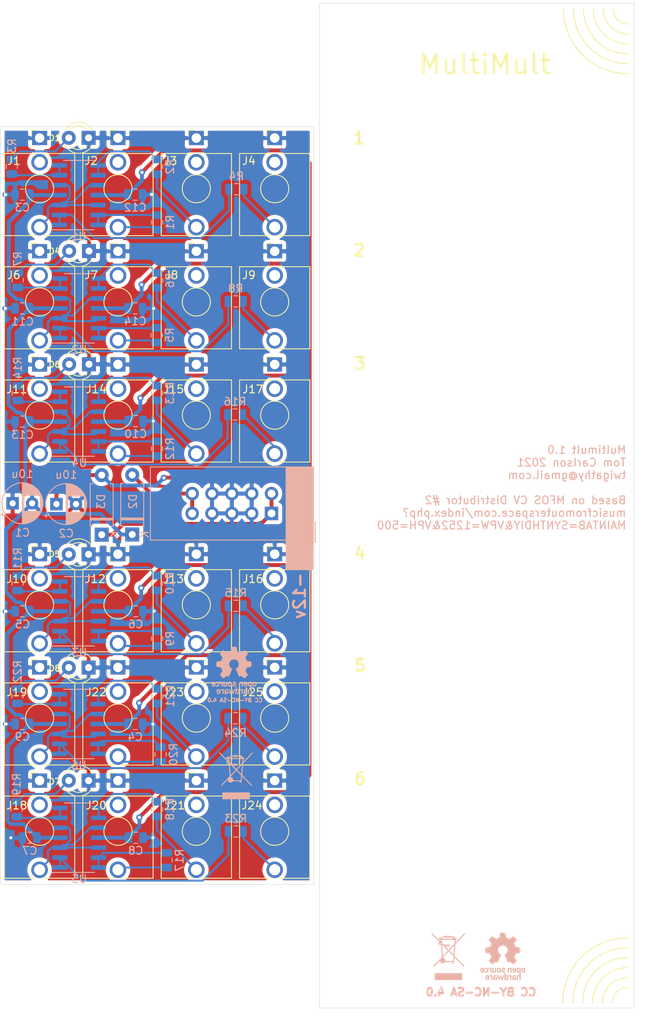
<source format=kicad_pcb>
(kicad_pcb (version 20171130) (host pcbnew "(5.1.4)-1")
  (layers (0 F.Cu signal) (31 B.Cu signal) (34 B.Paste user) (35 F.Paste user) (36 B.SilkS user) (37 F.SilkS user) (38 B.Mask user) (39 F.Mask user) (44 Edge.Cuts user))
  (net 0 "")
  (net 1 +12V)
  (net 2 Earth)
  (net 3 -12V)
  (net 4 "Net-(D1-Pad2)")
  (net 5 "Net-(D2-Pad2)")
  (net 6 "Net-(D3-Pad1)")
  (net 7 "Net-(D4-Pad2)")
  (net 8 "Net-(D5-Pad2)")
  (net 9 "Net-(D6-Pad2)")
  (net 10 "Net-(D7-Pad2)")
  (net 11 "Net-(D8-Pad2)")
  (net 12 "Net-(J1-PadT)")
  (net 13 "Net-(J2-PadT)")
  (net 14 "Net-(J3-PadT)")
  (net 15 "Net-(J4-PadT)")
  (net 16 "Net-(J6-PadT)")
  (net 17 "Net-(J7-PadT)")
  (net 18 "Net-(J8-PadT)")
  (net 19 "Net-(J9-PadT)")
  (net 20 "Net-(J10-PadT)")
  (net 21 "Net-(J11-PadT)")
  (net 22 "Net-(J12-PadT)")
  (net 23 "Net-(J13-PadT)")
  (net 24 "Net-(J14-PadT)")
  (net 25 "Net-(J15-PadT)")
  (net 26 "Net-(J16-PadT)")
  (net 27 "Net-(J17-PadT)")
  (net 28 "Net-(J18-PadT)")
  (net 29 "Net-(J19-PadT)")
  (net 30 "Net-(J20-PadT)")
  (net 31 "Net-(J21-PadT)")
  (net 32 "Net-(J22-PadT)")
  (net 33 "Net-(J23-PadT)")
  (net 34 "Net-(J24-PadT)")
  (net 35 "Net-(J25-PadT)")
  (net 36 "Net-(R1-Pad2)")
  (net 37 "Net-(R2-Pad2)")
  (net 38 "Net-(R3-Pad2)")
  (net 39 "Net-(R4-Pad2)")
  (net 40 "Net-(R5-Pad2)")
  (net 41 "Net-(R6-Pad2)")
  (net 42 "Net-(R7-Pad2)")
  (net 43 "Net-(R8-Pad2)")
  (net 44 "Net-(R9-Pad2)")
  (net 45 "Net-(R10-Pad2)")
  (net 46 "Net-(R11-Pad2)")
  (net 47 "Net-(R12-Pad2)")
  (net 48 "Net-(R13-Pad2)")
  (net 49 "Net-(R14-Pad2)")
  (net 50 "Net-(R15-Pad2)")
  (net 51 "Net-(R16-Pad2)")
  (net 52 "Net-(R17-Pad2)")
  (net 53 "Net-(R18-Pad2)")
  (net 54 "Net-(R19-Pad2)")
  (net 55 "Net-(R20-Pad2)")
  (net 56 "Net-(R21-Pad2)")
  (net 57 "Net-(R22-Pad2)")
  (net 58 "Net-(R23-Pad2)")
  (net 59 "Net-(R24-Pad2)")
  (module Symbol:OSHW-Logo_5.7x6mm_SilkScreen (layer B.Cu) (at 80.01 120.396 180)
    (fp_text reference J29 hide)
    (fp_text value OSHW hide)
  )
  (module Symbol:WEEE-Logo_4.2x6mm_SilkScreen (layer B.Cu) (at 80.264 133.858 180)
    (fp_text reference J28 hide)
    (fp_text value WEEE hide)
  )
  (module Symbol:OSHW-Logo_5.7x6mm_SilkScreen (layer B.Cu) (at 114.427 156.972 180)
    (fp_text reference J27 hide)
    (fp_text value OSHW hide)
  )
  (module Symbol:WEEE-Logo_4.2x6mm_SilkScreen (layer B.Cu) (at 107.442 156.972 180)
    (fp_text reference J26 hide)
    (fp_text value WEEE hide)
  )
  (module MountingHole:MountingHole_3.2mm_M3 (layer F.Cu) (at 96.1644 140.8938)
    (fp_text reference REF** hide)
    (fp_text value MountingHole_3.2mm_M3)
    (pad "" np_thru_hole circle (at 0 0) (size 6.1 6.1) (drill 6.1) (layers *.Cu *.Mask))
  )
  (module MountingHole:MountingHole_3.2mm_M3 (layer F.Cu) (at 101.092 119.8118)
    (fp_text reference REF** hide)
    (fp_text value MountingHole_3.2mm_M3)
    (pad "" np_thru_hole circle (at 0 0) (size 3.1 3.1) (drill 3.1) (layers *.Cu *.Mask))
  )
  (module MountingHole:MountingHole_3.2mm_M3 (layer F.Cu) (at 126.238 140.8938)
    (fp_text reference REF** hide)
    (fp_text value MountingHole_3.2mm_M3)
    (pad "" np_thru_hole circle (at 0 0) (size 6.1 6.1) (drill 6.1) (layers *.Cu *.Mask))
  )
  (module MountingHole:MountingHole_3.2mm_M3 (layer F.Cu) (at 96.1644 126.4158)
    (fp_text reference REF** hide)
    (fp_text value MountingHole_3.2mm_M3)
    (pad "" np_thru_hole circle (at 0 0) (size 6.1 6.1) (drill 6.1) (layers *.Cu *.Mask))
  )
  (module MountingHole:MountingHole_3.2mm_M3 (layer F.Cu) (at 116.205 140.8938)
    (fp_text reference REF** hide)
    (fp_text value MountingHole_3.2mm_M3)
    (pad "" np_thru_hole circle (at 0 0) (size 6.1 6.1) (drill 6.1) (layers *.Cu *.Mask))
  )
  (module MountingHole:MountingHole_3.2mm_M3 (layer F.Cu) (at 101.092 134.2898)
    (fp_text reference REF** hide)
    (fp_text value MountingHole_3.2mm_M3)
    (pad "" np_thru_hole circle (at 0 0) (size 3.1 3.1) (drill 3.1) (layers *.Cu *.Mask))
  )
  (module MountingHole:MountingHole_3.2mm_M3 (layer F.Cu) (at 106.172 140.8938)
    (fp_text reference REF** hide)
    (fp_text value MountingHole_3.2mm_M3)
    (pad "" np_thru_hole circle (at 0 0) (size 6.1 6.1) (drill 6.1) (layers *.Cu *.Mask))
  )
  (module MountingHole:MountingHole_3.2mm_M3 (layer F.Cu) (at 101.092 105.4608)
    (fp_text reference REF** hide)
    (fp_text value MountingHole_3.2mm_M3)
    (pad "" np_thru_hole circle (at 0 0) (size 3.1 3.1) (drill 3.1) (layers *.Cu *.Mask))
  )
  (module MountingHole:MountingHole_3.2mm_M3 (layer F.Cu) (at 96.1644 112.0648)
    (fp_text reference REF** hide)
    (fp_text value MountingHole_3.2mm_M3)
    (pad "" np_thru_hole circle (at 0 0) (size 6.1 6.1) (drill 6.1) (layers *.Cu *.Mask))
  )
  (module MountingHole:MountingHole_3.2mm_M3 (layer F.Cu) (at 126.238 112.0648)
    (fp_text reference REF** hide)
    (fp_text value MountingHole_3.2mm_M3)
    (pad "" np_thru_hole circle (at 0 0) (size 6.1 6.1) (drill 6.1) (layers *.Cu *.Mask))
  )
  (module MountingHole:MountingHole_3.2mm_M3 (layer F.Cu) (at 116.205 112.0648)
    (fp_text reference REF** hide)
    (fp_text value MountingHole_3.2mm_M3)
    (pad "" np_thru_hole circle (at 0 0) (size 6.1 6.1) (drill 6.1) (layers *.Cu *.Mask))
  )
  (module MountingHole:MountingHole_3.2mm_M3 (layer F.Cu) (at 106.172 112.0648)
    (fp_text reference REF** hide)
    (fp_text value MountingHole_3.2mm_M3)
    (pad "" np_thru_hole circle (at 0 0) (size 6.1 6.1) (drill 6.1) (layers *.Cu *.Mask))
  )
  (module MountingHole:MountingHole_3.2mm_M3 (layer F.Cu) (at 126.238 126.4158)
    (fp_text reference REF** hide)
    (fp_text value MountingHole_3.2mm_M3)
    (pad "" np_thru_hole circle (at 0 0) (size 6.1 6.1) (drill 6.1) (layers *.Cu *.Mask))
  )
  (module MountingHole:MountingHole_3.2mm_M3 (layer F.Cu) (at 116.205 126.4158)
    (fp_text reference REF** hide)
    (fp_text value MountingHole_3.2mm_M3)
    (pad "" np_thru_hole circle (at 0 0) (size 6.1 6.1) (drill 6.1) (layers *.Cu *.Mask))
  )
  (module MountingHole:MountingHole_3.2mm_M3 (layer F.Cu) (at 106.172 126.4158)
    (fp_text reference REF** hide)
    (fp_text value MountingHole_3.2mm_M3)
    (pad "" np_thru_hole circle (at 0 0) (size 6.1 6.1) (drill 6.1) (layers *.Cu *.Mask))
  )
  (module MountingHole:MountingHole_3.2mm_M3 (layer F.Cu) (at 100.965 81.2038)
    (fp_text reference REF** hide)
    (fp_text value MountingHole_3.2mm_M3)
    (pad "" np_thru_hole circle (at 0 0) (size 3.1 3.1) (drill 3.1) (layers *.Cu *.Mask))
  )
  (module MountingHole:MountingHole_3.2mm_M3 (layer F.Cu) (at 96.0374 87.8078)
    (fp_text reference REF** hide)
    (fp_text value MountingHole_3.2mm_M3)
    (pad "" np_thru_hole circle (at 0 0) (size 6.1 6.1) (drill 6.1) (layers *.Cu *.Mask))
  )
  (module MountingHole:MountingHole_3.2mm_M3 (layer F.Cu) (at 126.111 87.8078)
    (fp_text reference REF** hide)
    (fp_text value MountingHole_3.2mm_M3)
    (pad "" np_thru_hole circle (at 0 0) (size 6.1 6.1) (drill 6.1) (layers *.Cu *.Mask))
  )
  (module MountingHole:MountingHole_3.2mm_M3 (layer F.Cu) (at 116.078 87.8078)
    (fp_text reference REF** hide)
    (fp_text value MountingHole_3.2mm_M3)
    (pad "" np_thru_hole circle (at 0 0) (size 6.1 6.1) (drill 6.1) (layers *.Cu *.Mask))
  )
  (module MountingHole:MountingHole_3.2mm_M3 (layer F.Cu) (at 106.045 87.8078)
    (fp_text reference REF** hide)
    (fp_text value MountingHole_3.2mm_M3)
    (pad "" np_thru_hole circle (at 0 0) (size 6.1 6.1) (drill 6.1) (layers *.Cu *.Mask))
  )
  (module MountingHole:MountingHole_3.2mm_M3 (layer F.Cu) (at 100.965 66.7258)
    (fp_text reference REF** hide)
    (fp_text value MountingHole_3.2mm_M3)
    (pad "" np_thru_hole circle (at 0 0) (size 3.1 3.1) (drill 3.1) (layers *.Cu *.Mask))
  )
  (module MountingHole:MountingHole_3.2mm_M3 (layer F.Cu) (at 96.0374 73.3298)
    (fp_text reference REF** hide)
    (fp_text value MountingHole_3.2mm_M3)
    (pad "" np_thru_hole circle (at 0 0) (size 6.1 6.1) (drill 6.1) (layers *.Cu *.Mask))
  )
  (module MountingHole:MountingHole_3.2mm_M3 (layer F.Cu) (at 126.111 73.3298)
    (fp_text reference REF** hide)
    (fp_text value MountingHole_3.2mm_M3)
    (pad "" np_thru_hole circle (at 0 0) (size 6.1 6.1) (drill 6.1) (layers *.Cu *.Mask))
  )
  (module MountingHole:MountingHole_3.2mm_M3 (layer F.Cu) (at 116.078 73.3298)
    (fp_text reference REF** hide)
    (fp_text value MountingHole_3.2mm_M3)
    (pad "" np_thru_hole circle (at 0 0) (size 6.1 6.1) (drill 6.1) (layers *.Cu *.Mask))
  )
  (module MountingHole:MountingHole_3.2mm_M3 (layer F.Cu) (at 106.045 73.3298)
    (fp_text reference REF** hide)
    (fp_text value MountingHole_3.2mm_M3)
    (pad "" np_thru_hole circle (at 0 0) (size 6.1 6.1) (drill 6.1) (layers *.Cu *.Mask))
  )
  (module MountingHole:MountingHole_3.2mm_M3 (layer F.Cu) (at 126.111 58.9788)
    (fp_text reference REF** hide)
    (fp_text value MountingHole_3.2mm_M3)
    (pad "" np_thru_hole circle (at 0 0) (size 6.1 6.1) (drill 6.1) (layers *.Cu *.Mask))
  )
  (module MountingHole:MountingHole_3.2mm_M3 (layer F.Cu) (at 116.078 58.9788)
    (fp_text reference REF** hide)
    (fp_text value MountingHole_3.2mm_M3)
    (pad "" np_thru_hole circle (at 0 0) (size 6.1 6.1) (drill 6.1) (layers *.Cu *.Mask))
  )
  (module MountingHole:MountingHole_3.2mm_M3 (layer F.Cu) (at 106.045 58.9788)
    (fp_text reference REF** hide)
    (fp_text value MountingHole_3.2mm_M3)
    (pad "" np_thru_hole circle (at 0 0) (size 6.1 6.1) (drill 6.1) (layers *.Cu *.Mask))
  )
  (module MountingHole:MountingHole_3.2mm_M3 (layer F.Cu) (at 96.0374 58.9788)
    (fp_text reference REF** hide)
    (fp_text value MountingHole_3.2mm_M3)
    (pad "" np_thru_hole circle (at 0 0) (size 6.1 6.1) (drill 6.1) (layers *.Cu *.Mask))
  )
  (module MountingHole:MountingHole_3.2mm_M3 (layer F.Cu) (at 100.965 52.3748)
    (fp_text reference REF** hide)
    (fp_text value MountingHole_3.2mm_M3)
    (pad "" np_thru_hole circle (at 0 0) (size 3.1 3.1) (drill 3.1) (layers *.Cu *.Mask))
  )
  (module MountingHole:MountingHole_3.2mm_M3 (layer F.Cu) (at 95.6056 160.5788)
    (fp_text reference REF** hide)
    (fp_text value MountingHole_3.2mm_M3)
    (pad "" np_thru_hole oval (at 0 0) (size 6.4 3.2) (drill oval 6.4 3.2) (layers *.Cu *.Mask))
  )
  (module MountingHole:MountingHole_3.2mm_M3 (layer F.Cu) (at 95.5294 38.1508)
    (fp_text reference REF** hide)
    (fp_text value MountingHole_3.2mm_M3)
    (pad "" np_thru_hole oval (at 0 0) (size 6.4 3.2) (drill oval 6.4 3.2) (layers *.Cu *.Mask))
  )
  (module Package_SO:SOIC-14_3.9x8.7mm_P1.27mm (layer B.Cu) (at 60.1345 127.254)
    (fp_text reference U6 (at 0 5.28) (layer B.SilkS) (effects (justify mirror)))
    (fp_text value TL074)
    (pad 14 smd roundrect (at 2.475 3.81) (size 1.95 0.6) (layers B.Cu B.Paste B.Mask) (net 55 "Net-(R20-Pad2)"))
    (pad 13 smd roundrect (at 2.475 2.54) (size 1.95 0.6) (layers B.Cu B.Paste B.Mask) (net 55 "Net-(R20-Pad2)"))
    (pad 12 smd roundrect (at 2.475 1.27) (size 1.95 0.6) (layers B.Cu B.Paste B.Mask) (net 29 "Net-(J19-PadT)"))
    (pad 11 smd roundrect (at 2.475 0) (size 1.95 0.6) (layers B.Cu B.Paste B.Mask) (net 3 -12V))
    (pad 10 smd roundrect (at 2.475 -1.27) (size 1.95 0.6) (layers B.Cu B.Paste B.Mask) (net 29 "Net-(J19-PadT)"))
    (pad 9 smd roundrect (at 2.475 -2.54) (size 1.95 0.6) (layers B.Cu B.Paste B.Mask) (net 56 "Net-(R21-Pad2)"))
    (pad 8 smd roundrect (at 2.475 -3.81) (size 1.95 0.6) (layers B.Cu B.Paste B.Mask) (net 56 "Net-(R21-Pad2)"))
    (pad 7 smd roundrect (at -2.475 -3.81) (size 1.95 0.6) (layers B.Cu B.Paste B.Mask) (net 57 "Net-(R22-Pad2)"))
    (pad 6 smd roundrect (at -2.475 -2.54) (size 1.95 0.6) (layers B.Cu B.Paste B.Mask) (net 57 "Net-(R22-Pad2)"))
    (pad 5 smd roundrect (at -2.475 -1.27) (size 1.95 0.6) (layers B.Cu B.Paste B.Mask) (net 29 "Net-(J19-PadT)"))
    (pad 4 smd roundrect (at -2.475 0) (size 1.95 0.6) (layers B.Cu B.Paste B.Mask) (net 1 +12V))
    (pad 3 smd roundrect (at -2.475 1.27) (size 1.95 0.6) (layers B.Cu B.Paste B.Mask) (net 29 "Net-(J19-PadT)"))
    (pad 2 smd roundrect (at -2.475 2.54) (size 1.95 0.6) (layers B.Cu B.Paste B.Mask) (net 59 "Net-(R24-Pad2)"))
    (pad 1 smd roundrect (at -2.475 3.81) (size 1.95 0.6) (layers B.Cu B.Paste B.Mask) (net 59 "Net-(R24-Pad2)"))
  )
  (module Package_SO:SOIC-14_3.9x8.7mm_P1.27mm (layer B.Cu) (at 60.198 141.7955)
    (fp_text reference U5 (at 0 5.28) (layer B.SilkS) (effects (justify mirror)))
    (fp_text value TL074)
    (pad 14 smd roundrect (at 2.475 3.81) (size 1.95 0.6) (layers B.Cu B.Paste B.Mask) (net 52 "Net-(R17-Pad2)"))
    (pad 13 smd roundrect (at 2.475 2.54) (size 1.95 0.6) (layers B.Cu B.Paste B.Mask) (net 52 "Net-(R17-Pad2)"))
    (pad 12 smd roundrect (at 2.475 1.27) (size 1.95 0.6) (layers B.Cu B.Paste B.Mask) (net 28 "Net-(J18-PadT)"))
    (pad 11 smd roundrect (at 2.475 0) (size 1.95 0.6) (layers B.Cu B.Paste B.Mask) (net 3 -12V))
    (pad 10 smd roundrect (at 2.475 -1.27) (size 1.95 0.6) (layers B.Cu B.Paste B.Mask) (net 28 "Net-(J18-PadT)"))
    (pad 9 smd roundrect (at 2.475 -2.54) (size 1.95 0.6) (layers B.Cu B.Paste B.Mask) (net 53 "Net-(R18-Pad2)"))
    (pad 8 smd roundrect (at 2.475 -3.81) (size 1.95 0.6) (layers B.Cu B.Paste B.Mask) (net 53 "Net-(R18-Pad2)"))
    (pad 7 smd roundrect (at -2.475 -3.81) (size 1.95 0.6) (layers B.Cu B.Paste B.Mask) (net 54 "Net-(R19-Pad2)"))
    (pad 6 smd roundrect (at -2.475 -2.54) (size 1.95 0.6) (layers B.Cu B.Paste B.Mask) (net 54 "Net-(R19-Pad2)"))
    (pad 5 smd roundrect (at -2.475 -1.27) (size 1.95 0.6) (layers B.Cu B.Paste B.Mask) (net 28 "Net-(J18-PadT)"))
    (pad 4 smd roundrect (at -2.475 0) (size 1.95 0.6) (layers B.Cu B.Paste B.Mask) (net 1 +12V))
    (pad 3 smd roundrect (at -2.475 1.27) (size 1.95 0.6) (layers B.Cu B.Paste B.Mask) (net 28 "Net-(J18-PadT)"))
    (pad 2 smd roundrect (at -2.475 2.54) (size 1.95 0.6) (layers B.Cu B.Paste B.Mask) (net 58 "Net-(R23-Pad2)"))
    (pad 1 smd roundrect (at -2.475 3.81) (size 1.95 0.6) (layers B.Cu B.Paste B.Mask) (net 58 "Net-(R23-Pad2)"))
  )
  (module Package_SO:SOIC-14_3.9x8.7mm_P1.27mm (layer B.Cu) (at 60.198 88.5825)
    (fp_text reference U4 (at 0 5.28) (layer B.SilkS) (effects (justify mirror)))
    (fp_text value TL074)
    (pad 14 smd roundrect (at 2.475 3.81) (size 1.95 0.6) (layers B.Cu B.Paste B.Mask) (net 47 "Net-(R12-Pad2)"))
    (pad 13 smd roundrect (at 2.475 2.54) (size 1.95 0.6) (layers B.Cu B.Paste B.Mask) (net 47 "Net-(R12-Pad2)"))
    (pad 12 smd roundrect (at 2.475 1.27) (size 1.95 0.6) (layers B.Cu B.Paste B.Mask) (net 21 "Net-(J11-PadT)"))
    (pad 11 smd roundrect (at 2.475 0) (size 1.95 0.6) (layers B.Cu B.Paste B.Mask) (net 3 -12V))
    (pad 10 smd roundrect (at 2.475 -1.27) (size 1.95 0.6) (layers B.Cu B.Paste B.Mask) (net 21 "Net-(J11-PadT)"))
    (pad 9 smd roundrect (at 2.475 -2.54) (size 1.95 0.6) (layers B.Cu B.Paste B.Mask) (net 48 "Net-(R13-Pad2)"))
    (pad 8 smd roundrect (at 2.475 -3.81) (size 1.95 0.6) (layers B.Cu B.Paste B.Mask) (net 48 "Net-(R13-Pad2)"))
    (pad 7 smd roundrect (at -2.475 -3.81) (size 1.95 0.6) (layers B.Cu B.Paste B.Mask) (net 49 "Net-(R14-Pad2)"))
    (pad 6 smd roundrect (at -2.475 -2.54) (size 1.95 0.6) (layers B.Cu B.Paste B.Mask) (net 49 "Net-(R14-Pad2)"))
    (pad 5 smd roundrect (at -2.475 -1.27) (size 1.95 0.6) (layers B.Cu B.Paste B.Mask) (net 21 "Net-(J11-PadT)"))
    (pad 4 smd roundrect (at -2.475 0) (size 1.95 0.6) (layers B.Cu B.Paste B.Mask) (net 1 +12V))
    (pad 3 smd roundrect (at -2.475 1.27) (size 1.95 0.6) (layers B.Cu B.Paste B.Mask) (net 21 "Net-(J11-PadT)"))
    (pad 2 smd roundrect (at -2.475 2.54) (size 1.95 0.6) (layers B.Cu B.Paste B.Mask) (net 51 "Net-(R16-Pad2)"))
    (pad 1 smd roundrect (at -2.475 3.81) (size 1.95 0.6) (layers B.Cu B.Paste B.Mask) (net 51 "Net-(R16-Pad2)"))
  )
  (module Package_SO:SOIC-14_3.9x8.7mm_P1.27mm (layer B.Cu) (at 60.198 112.8395)
    (fp_text reference U3 (at 0 5.28) (layer B.SilkS) (effects (justify mirror)))
    (fp_text value TL074)
    (pad 14 smd roundrect (at 2.475 3.81) (size 1.95 0.6) (layers B.Cu B.Paste B.Mask) (net 44 "Net-(R9-Pad2)"))
    (pad 13 smd roundrect (at 2.475 2.54) (size 1.95 0.6) (layers B.Cu B.Paste B.Mask) (net 44 "Net-(R9-Pad2)"))
    (pad 12 smd roundrect (at 2.475 1.27) (size 1.95 0.6) (layers B.Cu B.Paste B.Mask) (net 20 "Net-(J10-PadT)"))
    (pad 11 smd roundrect (at 2.475 0) (size 1.95 0.6) (layers B.Cu B.Paste B.Mask) (net 3 -12V))
    (pad 10 smd roundrect (at 2.475 -1.27) (size 1.95 0.6) (layers B.Cu B.Paste B.Mask) (net 20 "Net-(J10-PadT)"))
    (pad 9 smd roundrect (at 2.475 -2.54) (size 1.95 0.6) (layers B.Cu B.Paste B.Mask) (net 45 "Net-(R10-Pad2)"))
    (pad 8 smd roundrect (at 2.475 -3.81) (size 1.95 0.6) (layers B.Cu B.Paste B.Mask) (net 45 "Net-(R10-Pad2)"))
    (pad 7 smd roundrect (at -2.475 -3.81) (size 1.95 0.6) (layers B.Cu B.Paste B.Mask) (net 46 "Net-(R11-Pad2)"))
    (pad 6 smd roundrect (at -2.475 -2.54) (size 1.95 0.6) (layers B.Cu B.Paste B.Mask) (net 46 "Net-(R11-Pad2)"))
    (pad 5 smd roundrect (at -2.475 -1.27) (size 1.95 0.6) (layers B.Cu B.Paste B.Mask) (net 20 "Net-(J10-PadT)"))
    (pad 4 smd roundrect (at -2.475 0) (size 1.95 0.6) (layers B.Cu B.Paste B.Mask) (net 1 +12V))
    (pad 3 smd roundrect (at -2.475 1.27) (size 1.95 0.6) (layers B.Cu B.Paste B.Mask) (net 20 "Net-(J10-PadT)"))
    (pad 2 smd roundrect (at -2.475 2.54) (size 1.95 0.6) (layers B.Cu B.Paste B.Mask) (net 50 "Net-(R15-Pad2)"))
    (pad 1 smd roundrect (at -2.475 3.81) (size 1.95 0.6) (layers B.Cu B.Paste B.Mask) (net 50 "Net-(R15-Pad2)"))
  )
  (module Package_SO:SOIC-14_3.9x8.7mm_P1.27mm (layer B.Cu) (at 60.198 74.1045)
    (fp_text reference U2 (at 0 5.28) (layer B.SilkS) (effects (justify mirror)))
    (fp_text value TL074)
    (pad 14 smd roundrect (at 2.475 3.81) (size 1.95 0.6) (layers B.Cu B.Paste B.Mask) (net 40 "Net-(R5-Pad2)"))
    (pad 13 smd roundrect (at 2.475 2.54) (size 1.95 0.6) (layers B.Cu B.Paste B.Mask) (net 40 "Net-(R5-Pad2)"))
    (pad 12 smd roundrect (at 2.475 1.27) (size 1.95 0.6) (layers B.Cu B.Paste B.Mask) (net 16 "Net-(J6-PadT)"))
    (pad 11 smd roundrect (at 2.475 0) (size 1.95 0.6) (layers B.Cu B.Paste B.Mask) (net 3 -12V))
    (pad 10 smd roundrect (at 2.475 -1.27) (size 1.95 0.6) (layers B.Cu B.Paste B.Mask) (net 16 "Net-(J6-PadT)"))
    (pad 9 smd roundrect (at 2.475 -2.54) (size 1.95 0.6) (layers B.Cu B.Paste B.Mask) (net 41 "Net-(R6-Pad2)"))
    (pad 8 smd roundrect (at 2.475 -3.81) (size 1.95 0.6) (layers B.Cu B.Paste B.Mask) (net 41 "Net-(R6-Pad2)"))
    (pad 7 smd roundrect (at -2.475 -3.81) (size 1.95 0.6) (layers B.Cu B.Paste B.Mask) (net 42 "Net-(R7-Pad2)"))
    (pad 6 smd roundrect (at -2.475 -2.54) (size 1.95 0.6) (layers B.Cu B.Paste B.Mask) (net 42 "Net-(R7-Pad2)"))
    (pad 5 smd roundrect (at -2.475 -1.27) (size 1.95 0.6) (layers B.Cu B.Paste B.Mask) (net 16 "Net-(J6-PadT)"))
    (pad 4 smd roundrect (at -2.475 0) (size 1.95 0.6) (layers B.Cu B.Paste B.Mask) (net 1 +12V))
    (pad 3 smd roundrect (at -2.475 1.27) (size 1.95 0.6) (layers B.Cu B.Paste B.Mask) (net 16 "Net-(J6-PadT)"))
    (pad 2 smd roundrect (at -2.475 2.54) (size 1.95 0.6) (layers B.Cu B.Paste B.Mask) (net 43 "Net-(R8-Pad2)"))
    (pad 1 smd roundrect (at -2.475 3.81) (size 1.95 0.6) (layers B.Cu B.Paste B.Mask) (net 43 "Net-(R8-Pad2)"))
  )
  (module Package_SO:SOIC-14_3.9x8.7mm_P1.27mm (layer B.Cu) (at 60.136 59.6265)
    (fp_text reference U1 (at 0 5.28) (layer B.SilkS) (effects (justify mirror)))
    (fp_text value TL074)
    (pad 14 smd roundrect (at 2.475 3.81) (size 1.95 0.6) (layers B.Cu B.Paste B.Mask) (net 36 "Net-(R1-Pad2)"))
    (pad 13 smd roundrect (at 2.475 2.54) (size 1.95 0.6) (layers B.Cu B.Paste B.Mask) (net 36 "Net-(R1-Pad2)"))
    (pad 12 smd roundrect (at 2.475 1.27) (size 1.95 0.6) (layers B.Cu B.Paste B.Mask) (net 12 "Net-(J1-PadT)"))
    (pad 11 smd roundrect (at 2.475 0) (size 1.95 0.6) (layers B.Cu B.Paste B.Mask) (net 3 -12V))
    (pad 10 smd roundrect (at 2.475 -1.27) (size 1.95 0.6) (layers B.Cu B.Paste B.Mask) (net 12 "Net-(J1-PadT)"))
    (pad 9 smd roundrect (at 2.475 -2.54) (size 1.95 0.6) (layers B.Cu B.Paste B.Mask) (net 37 "Net-(R2-Pad2)"))
    (pad 8 smd roundrect (at 2.475 -3.81) (size 1.95 0.6) (layers B.Cu B.Paste B.Mask) (net 37 "Net-(R2-Pad2)"))
    (pad 7 smd roundrect (at -2.475 -3.81) (size 1.95 0.6) (layers B.Cu B.Paste B.Mask) (net 38 "Net-(R3-Pad2)"))
    (pad 6 smd roundrect (at -2.475 -2.54) (size 1.95 0.6) (layers B.Cu B.Paste B.Mask) (net 38 "Net-(R3-Pad2)"))
    (pad 5 smd roundrect (at -2.475 -1.27) (size 1.95 0.6) (layers B.Cu B.Paste B.Mask) (net 12 "Net-(J1-PadT)"))
    (pad 4 smd roundrect (at -2.475 0) (size 1.95 0.6) (layers B.Cu B.Paste B.Mask) (net 1 +12V))
    (pad 3 smd roundrect (at -2.475 1.27) (size 1.95 0.6) (layers B.Cu B.Paste B.Mask) (net 12 "Net-(J1-PadT)"))
    (pad 2 smd roundrect (at -2.475 2.54) (size 1.95 0.6) (layers B.Cu B.Paste B.Mask) (net 39 "Net-(R4-Pad2)"))
    (pad 1 smd roundrect (at -2.475 3.81) (size 1.95 0.6) (layers B.Cu B.Paste B.Mask) (net 39 "Net-(R4-Pad2)"))
  )
  (module Resistor_SMD:R_0805_2012Metric (layer B.Cu) (at 80.1901 126.5174 180)
    (fp_text reference R24 (at 0 -1.8796) (layer B.SilkS) (effects (justify mirror)))
    (fp_text value 100R)
    (pad 2 smd roundrect (at 0.9375 0 180) (size 0.975 1.4) (layers B.Cu B.Paste B.Mask) (net 59 "Net-(R24-Pad2)"))
    (pad 1 smd roundrect (at -0.9375 0 180) (size 0.975 1.4) (layers B.Cu B.Paste B.Mask) (net 35 "Net-(J25-PadT)"))
  )
  (module Resistor_SMD:R_0805_2012Metric (layer B.Cu) (at 80.2363 140.9954 180)
    (fp_text reference R23 (at 0 1.65 180) (layer B.SilkS) (effects (justify mirror)))
    (fp_text value 100R)
    (pad 2 smd roundrect (at 0.9375 0 180) (size 0.975 1.4) (layers B.Cu B.Paste B.Mask) (net 58 "Net-(R23-Pad2)"))
    (pad 1 smd roundrect (at -0.9375 0 180) (size 0.975 1.4) (layers B.Cu B.Paste B.Mask) (net 34 "Net-(J24-PadT)"))
  )
  (module Resistor_SMD:R_0805_2012Metric (layer B.Cu) (at 52.2732 123.7003 270)
    (fp_text reference R22 (at -3.1519 -0.0254 270) (layer B.SilkS) (effects (justify mirror)))
    (fp_text value 1k)
    (pad 2 smd roundrect (at 0.9375 0 270) (size 0.975 1.4) (layers B.Cu B.Paste B.Mask) (net 57 "Net-(R22-Pad2)"))
    (pad 1 smd roundrect (at -0.9375 0 270) (size 0.975 1.4) (layers B.Cu B.Paste B.Mask) (net 11 "Net-(D8-Pad2)"))
  )
  (module Resistor_SMD:R_0805_2012Metric (layer B.Cu) (at 70.1802 123.6957 90)
    (fp_text reference R21 (at 0 1.65 270) (layer B.SilkS) (effects (justify mirror)))
    (fp_text value 100R)
    (pad 2 smd roundrect (at 0.9375 0 90) (size 0.975 1.4) (layers B.Cu B.Paste B.Mask) (net 56 "Net-(R21-Pad2)"))
    (pad 1 smd roundrect (at -0.9375 0 90) (size 0.975 1.4) (layers B.Cu B.Paste B.Mask) (net 33 "Net-(J23-PadT)"))
  )
  (module Resistor_SMD:R_0805_2012Metric (layer B.Cu) (at 70.612 131.1425 90)
    (fp_text reference R20 (at 0 1.65 90) (layer B.SilkS) (effects (justify mirror)))
    (fp_text value 100R)
    (pad 2 smd roundrect (at 0.9375 0 90) (size 0.975 1.4) (layers B.Cu B.Paste B.Mask) (net 55 "Net-(R20-Pad2)"))
    (pad 1 smd roundrect (at -0.9375 0 90) (size 0.975 1.4) (layers B.Cu B.Paste B.Mask) (net 32 "Net-(J22-PadT)"))
  )
  (module Resistor_SMD:R_0805_2012Metric (layer B.Cu) (at 52.1716 138.176 270)
    (fp_text reference R19 (at -3.2004 0 90) (layer B.SilkS) (effects (justify mirror)))
    (fp_text value 1k)
    (pad 2 smd roundrect (at 0.9375 0 270) (size 0.975 1.4) (layers B.Cu B.Paste B.Mask) (net 54 "Net-(R19-Pad2)"))
    (pad 1 smd roundrect (at -0.9375 0 270) (size 0.975 1.4) (layers B.Cu B.Paste B.Mask) (net 10 "Net-(D7-Pad2)"))
  )
  (module Resistor_SMD:R_0805_2012Metric (layer B.Cu) (at 70.1548 138.1483 90)
    (fp_text reference R18 (at 0 1.65 90) (layer B.SilkS) (effects (justify mirror)))
    (fp_text value 100R)
    (pad 2 smd roundrect (at 0.9375 0 90) (size 0.975 1.4) (layers B.Cu B.Paste B.Mask) (net 53 "Net-(R18-Pad2)"))
    (pad 1 smd roundrect (at -0.9375 0 90) (size 0.975 1.4) (layers B.Cu B.Paste B.Mask) (net 31 "Net-(J21-PadT)"))
  )
  (module Resistor_SMD:R_0805_2012Metric (layer B.Cu) (at 71.374 144.668 90)
    (fp_text reference R17 (at 0 1.65 90) (layer B.SilkS) (effects (justify mirror)))
    (fp_text value 100R)
    (pad 2 smd roundrect (at 0.9375 0 90) (size 0.975 1.4) (layers B.Cu B.Paste B.Mask) (net 52 "Net-(R17-Pad2)"))
    (pad 1 smd roundrect (at -0.9375 0 90) (size 0.975 1.4) (layers B.Cu B.Paste B.Mask) (net 30 "Net-(J20-PadT)"))
  )
  (module Resistor_SMD:R_0805_2012Metric (layer B.Cu) (at 80.137 87.6808 180)
    (fp_text reference R16 (at 0 1.65) (layer B.SilkS) (effects (justify mirror)))
    (fp_text value 100R)
    (pad 2 smd roundrect (at 0.9375 0 180) (size 0.975 1.4) (layers B.Cu B.Paste B.Mask) (net 51 "Net-(R16-Pad2)"))
    (pad 1 smd roundrect (at -0.9375 0 180) (size 0.975 1.4) (layers B.Cu B.Paste B.Mask) (net 27 "Net-(J17-PadT)"))
  )
  (module Resistor_SMD:R_0805_2012Metric (layer B.Cu) (at 80.2363 112.141 180)
    (fp_text reference R15 (at 0 1.65 180) (layer B.SilkS) (effects (justify mirror)))
    (fp_text value 100R)
    (pad 2 smd roundrect (at 0.9375 0 180) (size 0.975 1.4) (layers B.Cu B.Paste B.Mask) (net 50 "Net-(R15-Pad2)"))
    (pad 1 smd roundrect (at -0.9375 0 180) (size 0.975 1.4) (layers B.Cu B.Paste B.Mask) (net 26 "Net-(J16-PadT)"))
  )
  (module Resistor_SMD:R_0805_2012Metric (layer B.Cu) (at 52.324 84.9607 270)
    (fp_text reference R14 (at -3.2235 0 270) (layer B.SilkS) (effects (justify mirror)))
    (fp_text value 1k)
    (pad 2 smd roundrect (at 0.9375 0 270) (size 0.975 1.4) (layers B.Cu B.Paste B.Mask) (net 49 "Net-(R14-Pad2)"))
    (pad 1 smd roundrect (at -0.9375 0 270) (size 0.975 1.4) (layers B.Cu B.Paste B.Mask) (net 9 "Net-(D6-Pad2)"))
  )
  (module Resistor_SMD:R_0805_2012Metric (layer B.Cu) (at 70.1548 84.9399 90)
    (fp_text reference R13 (at 0 1.65 270) (layer B.SilkS) (effects (justify mirror)))
    (fp_text value 100R)
    (pad 2 smd roundrect (at 0.9375 0 90) (size 0.975 1.4) (layers B.Cu B.Paste B.Mask) (net 48 "Net-(R13-Pad2)"))
    (pad 1 smd roundrect (at -0.9375 0 90) (size 0.975 1.4) (layers B.Cu B.Paste B.Mask) (net 25 "Net-(J15-PadT)"))
  )
  (module Resistor_SMD:R_0805_2012Metric (layer B.Cu) (at 70.1548 92.0519 90)
    (fp_text reference R12 (at 0 1.65 270) (layer B.SilkS) (effects (justify mirror)))
    (fp_text value 100R)
    (pad 2 smd roundrect (at 0.9375 0 90) (size 0.975 1.4) (layers B.Cu B.Paste B.Mask) (net 47 "Net-(R12-Pad2)"))
    (pad 1 smd roundrect (at -0.9375 0 90) (size 0.975 1.4) (layers B.Cu B.Paste B.Mask) (net 24 "Net-(J14-PadT)"))
  )
  (module Resistor_SMD:R_0805_2012Metric (layer B.Cu) (at 52.2986 109.2431 270)
    (fp_text reference R11 (at -3.1219 -0.0254 90) (layer B.SilkS) (effects (justify mirror)))
    (fp_text value 1k)
    (pad 2 smd roundrect (at 0.9375 0 270) (size 0.975 1.4) (layers B.Cu B.Paste B.Mask) (net 46 "Net-(R11-Pad2)"))
    (pad 1 smd roundrect (at -0.9375 0 270) (size 0.975 1.4) (layers B.Cu B.Paste B.Mask) (net 8 "Net-(D5-Pad2)"))
  )
  (module Resistor_SMD:R_0805_2012Metric (layer B.Cu) (at 70.1294 109.2431 90)
    (fp_text reference R10 (at 0 1.65 90) (layer B.SilkS) (effects (justify mirror)))
    (fp_text value 100R)
    (pad 2 smd roundrect (at 0.9375 0 90) (size 0.975 1.4) (layers B.Cu B.Paste B.Mask) (net 45 "Net-(R10-Pad2)"))
    (pad 1 smd roundrect (at -0.9375 0 90) (size 0.975 1.4) (layers B.Cu B.Paste B.Mask) (net 23 "Net-(J13-PadT)"))
  )
  (module Resistor_SMD:R_0805_2012Metric (layer B.Cu) (at 70.1675 116.3343 90)
    (fp_text reference R9 (at 0 1.65 90) (layer B.SilkS) (effects (justify mirror)))
    (fp_text value 100R)
    (pad 2 smd roundrect (at 0.9375 0 90) (size 0.975 1.4) (layers B.Cu B.Paste B.Mask) (net 44 "Net-(R9-Pad2)"))
    (pad 1 smd roundrect (at -0.9375 0 90) (size 0.975 1.4) (layers B.Cu B.Paste B.Mask) (net 22 "Net-(J12-PadT)"))
  )
  (module Resistor_SMD:R_0805_2012Metric (layer B.Cu) (at 80.2155 73.2155 180)
    (fp_text reference R8 (at 0 1.65) (layer B.SilkS) (effects (justify mirror)))
    (fp_text value 100R)
    (pad 2 smd roundrect (at 0.9375 0 180) (size 0.975 1.4) (layers B.Cu B.Paste B.Mask) (net 43 "Net-(R8-Pad2)"))
    (pad 1 smd roundrect (at -0.9375 0 180) (size 0.975 1.4) (layers B.Cu B.Paste B.Mask) (net 19 "Net-(J9-PadT)"))
  )
  (module Resistor_SMD:R_0805_2012Metric (layer B.Cu) (at 52.324 70.5081 270)
    (fp_text reference R7 (at -2.7155 0 270) (layer B.SilkS) (effects (justify mirror)))
    (fp_text value 1k)
    (pad 2 smd roundrect (at 0.9375 0 270) (size 0.975 1.4) (layers B.Cu B.Paste B.Mask) (net 42 "Net-(R7-Pad2)"))
    (pad 1 smd roundrect (at -0.9375 0 270) (size 0.975 1.4) (layers B.Cu B.Paste B.Mask) (net 7 "Net-(D4-Pad2)"))
  )
  (module Resistor_SMD:R_0805_2012Metric (layer B.Cu) (at 70.1675 70.5335 90)
    (fp_text reference R6 (at 0 1.65 90) (layer B.SilkS) (effects (justify mirror)))
    (fp_text value 100R)
    (pad 2 smd roundrect (at 0.9375 0 90) (size 0.975 1.4) (layers B.Cu B.Paste B.Mask) (net 41 "Net-(R6-Pad2)"))
    (pad 1 smd roundrect (at -0.9375 0 90) (size 0.975 1.4) (layers B.Cu B.Paste B.Mask) (net 18 "Net-(J8-PadT)"))
  )
  (module Resistor_SMD:R_0805_2012Metric (layer B.Cu) (at 70.104 77.5335 90)
    (fp_text reference R5 (at 0 1.65 270) (layer B.SilkS) (effects (justify mirror)))
    (fp_text value 100R)
    (pad 2 smd roundrect (at 0.9375 0 90) (size 0.975 1.4) (layers B.Cu B.Paste B.Mask) (net 40 "Net-(R5-Pad2)"))
    (pad 1 smd roundrect (at -0.9375 0 90) (size 0.975 1.4) (layers B.Cu B.Paste B.Mask) (net 17 "Net-(J7-PadT)"))
  )
  (module Resistor_SMD:R_0805_2012Metric (layer B.Cu) (at 80.3125 58.8645 180)
    (fp_text reference R4 (at 0 1.65 180) (layer B.SilkS) (effects (justify mirror)))
    (fp_text value 100R)
    (pad 2 smd roundrect (at 0.9375 0 180) (size 0.975 1.4) (layers B.Cu B.Paste B.Mask) (net 39 "Net-(R4-Pad2)"))
    (pad 1 smd roundrect (at -0.9375 0 180) (size 0.975 1.4) (layers B.Cu B.Paste B.Mask) (net 15 "Net-(J4-PadT)"))
  )
  (module Resistor_SMD:R_0805_2012Metric (layer B.Cu) (at 51.562 55.9816 270)
    (fp_text reference R3 (at -2.6416 -0.0254 270) (layer B.SilkS) (effects (justify mirror)))
    (fp_text value 1k)
    (pad 2 smd roundrect (at 0.9375 0 270) (size 0.975 1.4) (layers B.Cu B.Paste B.Mask) (net 38 "Net-(R3-Pad2)"))
    (pad 1 smd roundrect (at -0.9375 0 270) (size 0.975 1.4) (layers B.Cu B.Paste B.Mask) (net 4 "Net-(D1-Pad2)"))
  )
  (module Resistor_SMD:R_0805_2012Metric (layer B.Cu) (at 70.1675 56.007 90)
    (fp_text reference R2 (at 0 1.65 270) (layer B.SilkS) (effects (justify mirror)))
    (fp_text value 100R)
    (pad 2 smd roundrect (at 0.9375 0 90) (size 0.975 1.4) (layers B.Cu B.Paste B.Mask) (net 37 "Net-(R2-Pad2)"))
    (pad 1 smd roundrect (at -0.9375 0 90) (size 0.975 1.4) (layers B.Cu B.Paste B.Mask) (net 14 "Net-(J3-PadT)"))
  )
  (module Resistor_SMD:R_0805_2012Metric (layer B.Cu) (at 70.1675 63.119 90)
    (fp_text reference R1 (at 0 1.65 270) (layer B.SilkS) (effects (justify mirror)))
    (fp_text value 100R)
    (pad 2 smd roundrect (at 0.9375 0 90) (size 0.975 1.4) (layers B.Cu B.Paste B.Mask) (net 36 "Net-(R1-Pad2)"))
    (pad 1 smd roundrect (at -0.9375 0 90) (size 0.975 1.4) (layers B.Cu B.Paste B.Mask) (net 13 "Net-(J2-PadT)"))
  )
  (module Connector_Audio:Jack_3.5mm_QingPu_WQP-PJ398SM_Vertical_CircularHoles (layer F.Cu) (at 85.217 120.015)
    (fp_text reference J25 (at -2.794 3.175 180) (layer F.SilkS))
    (fp_text value AudioJack2)
    (pad T thru_hole circle (at 0 11.4 180) (size 2.13 2.13) (drill 1.43) (layers *.Cu *.Mask) (net 35 "Net-(J25-PadT)"))
    (pad S thru_hole rect (at 0 0 180) (size 1.93 1.83) (drill 1.22) (layers *.Cu *.Mask) (net 2 Earth))
    (pad TN thru_hole circle (at 0 3.1 180) (size 2.13 2.13) (drill 1.42) (layers *.Cu *.Mask))
  )
  (module Connector_Audio:Jack_3.5mm_QingPu_WQP-PJ398SM_Vertical_CircularHoles (layer F.Cu) (at 85.217 134.493)
    (fp_text reference J24 (at -2.921 3.175 180) (layer F.SilkS))
    (fp_text value AudioJack2)
    (pad T thru_hole circle (at 0 11.4 180) (size 2.13 2.13) (drill 1.43) (layers *.Cu *.Mask) (net 34 "Net-(J24-PadT)"))
    (pad S thru_hole rect (at 0 0 180) (size 1.93 1.83) (drill 1.22) (layers *.Cu *.Mask) (net 2 Earth))
    (pad TN thru_hole circle (at 0 3.1 180) (size 2.13 2.13) (drill 1.42) (layers *.Cu *.Mask))
  )
  (module Connector_Audio:Jack_3.5mm_QingPu_WQP-PJ398SM_Vertical_CircularHoles (layer F.Cu) (at 75.184 120.015)
    (fp_text reference J23 (at -2.921 3.175 180) (layer F.SilkS))
    (fp_text value AudioJack2)
    (pad T thru_hole circle (at 0 11.4 180) (size 2.13 2.13) (drill 1.43) (layers *.Cu *.Mask) (net 33 "Net-(J23-PadT)"))
    (pad S thru_hole rect (at 0 0 180) (size 1.93 1.83) (drill 1.22) (layers *.Cu *.Mask) (net 2 Earth))
    (pad TN thru_hole circle (at 0 3.1 180) (size 2.13 2.13) (drill 1.42) (layers *.Cu *.Mask))
  )
  (module Connector_Audio:Jack_3.5mm_QingPu_WQP-PJ398SM_Vertical_CircularHoles (layer F.Cu) (at 65.151 120.015)
    (fp_text reference J22 (at -2.794 3.175 180) (layer F.SilkS))
    (fp_text value AudioJack2)
    (pad T thru_hole circle (at 0 11.4 180) (size 2.13 2.13) (drill 1.43) (layers *.Cu *.Mask) (net 32 "Net-(J22-PadT)"))
    (pad S thru_hole rect (at 0 0 180) (size 1.93 1.83) (drill 1.22) (layers *.Cu *.Mask) (net 2 Earth))
    (pad TN thru_hole circle (at 0 3.1 180) (size 2.13 2.13) (drill 1.42) (layers *.Cu *.Mask))
  )
  (module Connector_Audio:Jack_3.5mm_QingPu_WQP-PJ398SM_Vertical_CircularHoles (layer F.Cu) (at 75.184 134.493)
    (fp_text reference J21 (at -2.794 3.175 180) (layer F.SilkS))
    (fp_text value AudioJack2)
    (pad T thru_hole circle (at 0 11.4 180) (size 2.13 2.13) (drill 1.43) (layers *.Cu *.Mask) (net 31 "Net-(J21-PadT)"))
    (pad S thru_hole rect (at 0 0 180) (size 1.93 1.83) (drill 1.22) (layers *.Cu *.Mask) (net 2 Earth))
    (pad TN thru_hole circle (at 0 3.1 180) (size 2.13 2.13) (drill 1.42) (layers *.Cu *.Mask))
  )
  (module Connector_Audio:Jack_3.5mm_QingPu_WQP-PJ398SM_Vertical_CircularHoles (layer F.Cu) (at 65.151 134.493)
    (fp_text reference J20 (at -2.794 3.175 180) (layer F.SilkS))
    (fp_text value AudioJack2)
    (pad T thru_hole circle (at 0 11.4 180) (size 2.13 2.13) (drill 1.43) (layers *.Cu *.Mask) (net 30 "Net-(J20-PadT)"))
    (pad S thru_hole rect (at 0 0 180) (size 1.93 1.83) (drill 1.22) (layers *.Cu *.Mask) (net 2 Earth))
    (pad TN thru_hole circle (at 0 3.1 180) (size 2.13 2.13) (drill 1.42) (layers *.Cu *.Mask))
  )
  (module Connector_Audio:Jack_3.5mm_QingPu_WQP-PJ398SM_Vertical_CircularHoles (layer F.Cu) (at 55.118 120.015)
    (fp_text reference J19 (at -2.921 3.175 180) (layer F.SilkS))
    (fp_text value AudioJack2)
    (pad T thru_hole circle (at 0 11.4 180) (size 2.13 2.13) (drill 1.43) (layers *.Cu *.Mask) (net 29 "Net-(J19-PadT)"))
    (pad S thru_hole rect (at 0 0 180) (size 1.93 1.83) (drill 1.22) (layers *.Cu *.Mask) (net 2 Earth))
    (pad TN thru_hole circle (at 0 3.1 180) (size 2.13 2.13) (drill 1.42) (layers *.Cu *.Mask))
  )
  (module Connector_Audio:Jack_3.5mm_QingPu_WQP-PJ398SM_Vertical_CircularHoles (layer F.Cu) (at 55.118 134.493)
    (fp_text reference J18 (at -2.921 3.175 180) (layer F.SilkS))
    (fp_text value AudioJack2)
    (pad T thru_hole circle (at 0 11.4 180) (size 2.13 2.13) (drill 1.43) (layers *.Cu *.Mask) (net 28 "Net-(J18-PadT)"))
    (pad S thru_hole rect (at 0 0 180) (size 1.93 1.83) (drill 1.22) (layers *.Cu *.Mask) (net 2 Earth))
    (pad TN thru_hole circle (at 0 3.1 180) (size 2.13 2.13) (drill 1.42) (layers *.Cu *.Mask))
  )
  (module Connector_Audio:Jack_3.5mm_QingPu_WQP-PJ398SM_Vertical_CircularHoles (layer F.Cu) (at 85.217 81.28)
    (fp_text reference J17 (at -2.794 3.175 180) (layer F.SilkS))
    (fp_text value AudioJack2)
    (pad T thru_hole circle (at 0 11.4 180) (size 2.13 2.13) (drill 1.43) (layers *.Cu *.Mask) (net 27 "Net-(J17-PadT)"))
    (pad S thru_hole rect (at 0 0 180) (size 1.93 1.83) (drill 1.22) (layers *.Cu *.Mask) (net 2 Earth))
    (pad TN thru_hole circle (at 0 3.1 180) (size 2.13 2.13) (drill 1.42) (layers *.Cu *.Mask))
  )
  (module Connector_Audio:Jack_3.5mm_QingPu_WQP-PJ398SM_Vertical_CircularHoles (layer F.Cu) (at 85.217 105.537)
    (fp_text reference J16 (at -2.794 3.175 180) (layer F.SilkS))
    (fp_text value AudioJack2)
    (pad T thru_hole circle (at 0 11.4 180) (size 2.13 2.13) (drill 1.43) (layers *.Cu *.Mask) (net 26 "Net-(J16-PadT)"))
    (pad S thru_hole rect (at 0 0 180) (size 1.93 1.83) (drill 1.22) (layers *.Cu *.Mask) (net 2 Earth))
    (pad TN thru_hole circle (at 0 3.1 180) (size 2.13 2.13) (drill 1.42) (layers *.Cu *.Mask))
  )
  (module Connector_Audio:Jack_3.5mm_QingPu_WQP-PJ398SM_Vertical_CircularHoles (layer F.Cu) (at 75.184 81.28)
    (fp_text reference J15 (at -2.921 3.175 180) (layer F.SilkS))
    (fp_text value AudioJack2)
    (pad T thru_hole circle (at 0 11.4 180) (size 2.13 2.13) (drill 1.43) (layers *.Cu *.Mask) (net 25 "Net-(J15-PadT)"))
    (pad S thru_hole rect (at 0 0 180) (size 1.93 1.83) (drill 1.22) (layers *.Cu *.Mask) (net 2 Earth))
    (pad TN thru_hole circle (at 0 3.1 180) (size 2.13 2.13) (drill 1.42) (layers *.Cu *.Mask))
  )
  (module Connector_Audio:Jack_3.5mm_QingPu_WQP-PJ398SM_Vertical_CircularHoles (layer F.Cu) (at 65.151 81.28)
    (fp_text reference J14 (at -2.794 3.175 180) (layer F.SilkS))
    (fp_text value AudioJack2)
    (pad T thru_hole circle (at 0 11.4 180) (size 2.13 2.13) (drill 1.43) (layers *.Cu *.Mask) (net 24 "Net-(J14-PadT)"))
    (pad S thru_hole rect (at 0 0 180) (size 1.93 1.83) (drill 1.22) (layers *.Cu *.Mask) (net 2 Earth))
    (pad TN thru_hole circle (at 0 3.1 180) (size 2.13 2.13) (drill 1.42) (layers *.Cu *.Mask))
  )
  (module Connector_Audio:Jack_3.5mm_QingPu_WQP-PJ398SM_Vertical_CircularHoles (layer F.Cu) (at 75.184 105.537)
    (fp_text reference J13 (at -2.921 3.175 180) (layer F.SilkS))
    (fp_text value AudioJack2)
    (pad T thru_hole circle (at 0 11.4 180) (size 2.13 2.13) (drill 1.43) (layers *.Cu *.Mask) (net 23 "Net-(J13-PadT)"))
    (pad S thru_hole rect (at 0 0 180) (size 1.93 1.83) (drill 1.22) (layers *.Cu *.Mask) (net 2 Earth))
    (pad TN thru_hole circle (at 0 3.1 180) (size 2.13 2.13) (drill 1.42) (layers *.Cu *.Mask))
  )
  (module Connector_Audio:Jack_3.5mm_QingPu_WQP-PJ398SM_Vertical_CircularHoles (layer F.Cu) (at 65.151 105.537)
    (fp_text reference J12 (at -2.921 3.175 180) (layer F.SilkS))
    (fp_text value AudioJack2)
    (pad T thru_hole circle (at 0 11.4 180) (size 2.13 2.13) (drill 1.43) (layers *.Cu *.Mask) (net 22 "Net-(J12-PadT)"))
    (pad S thru_hole rect (at 0 0 180) (size 1.93 1.83) (drill 1.22) (layers *.Cu *.Mask) (net 2 Earth))
    (pad TN thru_hole circle (at 0 3.1 180) (size 2.13 2.13) (drill 1.42) (layers *.Cu *.Mask))
  )
  (module Connector_Audio:Jack_3.5mm_QingPu_WQP-PJ398SM_Vertical_CircularHoles (layer F.Cu) (at 55.118 81.28)
    (fp_text reference J11 (at -2.921 3.175 180) (layer F.SilkS))
    (fp_text value AudioJack2)
    (pad T thru_hole circle (at 0 11.4 180) (size 2.13 2.13) (drill 1.43) (layers *.Cu *.Mask) (net 21 "Net-(J11-PadT)"))
    (pad S thru_hole rect (at 0 0 180) (size 1.93 1.83) (drill 1.22) (layers *.Cu *.Mask) (net 2 Earth))
    (pad TN thru_hole circle (at 0 3.1 180) (size 2.13 2.13) (drill 1.42) (layers *.Cu *.Mask))
  )
  (module Connector_Audio:Jack_3.5mm_QingPu_WQP-PJ398SM_Vertical_CircularHoles (layer F.Cu) (at 55.118 105.537)
    (fp_text reference J10 (at -2.921 3.175 180) (layer F.SilkS))
    (fp_text value AudioJack2)
    (pad T thru_hole circle (at 0 11.4 180) (size 2.13 2.13) (drill 1.43) (layers *.Cu *.Mask) (net 20 "Net-(J10-PadT)"))
    (pad S thru_hole rect (at 0 0 180) (size 1.93 1.83) (drill 1.22) (layers *.Cu *.Mask) (net 2 Earth))
    (pad TN thru_hole circle (at 0 3.1 180) (size 2.13 2.13) (drill 1.42) (layers *.Cu *.Mask))
  )
  (module Connector_Audio:Jack_3.5mm_QingPu_WQP-PJ398SM_Vertical_CircularHoles (layer F.Cu) (at 85.217 66.802)
    (fp_text reference J9 (at -3.302 3.048 180) (layer F.SilkS))
    (fp_text value AudioJack2)
    (pad T thru_hole circle (at 0 11.4 180) (size 2.13 2.13) (drill 1.43) (layers *.Cu *.Mask) (net 19 "Net-(J9-PadT)"))
    (pad S thru_hole rect (at 0 0 180) (size 1.93 1.83) (drill 1.22) (layers *.Cu *.Mask) (net 2 Earth))
    (pad TN thru_hole circle (at 0 3.1 180) (size 2.13 2.13) (drill 1.42) (layers *.Cu *.Mask))
  )
  (module Connector_Audio:Jack_3.5mm_QingPu_WQP-PJ398SM_Vertical_CircularHoles (layer F.Cu) (at 75.184 66.802)
    (fp_text reference J8 (at -3.175 3.048 180) (layer F.SilkS))
    (fp_text value AudioJack2)
    (pad T thru_hole circle (at 0 11.4 180) (size 2.13 2.13) (drill 1.43) (layers *.Cu *.Mask) (net 18 "Net-(J8-PadT)"))
    (pad S thru_hole rect (at 0 0 180) (size 1.93 1.83) (drill 1.22) (layers *.Cu *.Mask) (net 2 Earth))
    (pad TN thru_hole circle (at 0 3.1 180) (size 2.13 2.13) (drill 1.42) (layers *.Cu *.Mask))
  )
  (module Connector_Audio:Jack_3.5mm_QingPu_WQP-PJ398SM_Vertical_CircularHoles (layer F.Cu) (at 65.151 66.802)
    (fp_text reference J7 (at -3.429 3.048 180) (layer F.SilkS))
    (fp_text value AudioJack2)
    (pad T thru_hole circle (at 0 11.4 180) (size 2.13 2.13) (drill 1.43) (layers *.Cu *.Mask) (net 17 "Net-(J7-PadT)"))
    (pad S thru_hole rect (at 0 0 180) (size 1.93 1.83) (drill 1.22) (layers *.Cu *.Mask) (net 2 Earth))
    (pad TN thru_hole circle (at 0 3.1 180) (size 2.13 2.13) (drill 1.42) (layers *.Cu *.Mask))
  )
  (module Connector_Audio:Jack_3.5mm_QingPu_WQP-PJ398SM_Vertical_CircularHoles (layer F.Cu) (at 55.118 66.802)
    (fp_text reference J6 (at -3.302 3.048 180) (layer F.SilkS))
    (fp_text value AudioJack2)
    (pad T thru_hole circle (at 0 11.4 180) (size 2.13 2.13) (drill 1.43) (layers *.Cu *.Mask) (net 16 "Net-(J6-PadT)"))
    (pad S thru_hole rect (at 0 0 180) (size 1.93 1.83) (drill 1.22) (layers *.Cu *.Mask) (net 2 Earth))
    (pad TN thru_hole circle (at 0 3.1 180) (size 2.13 2.13) (drill 1.42) (layers *.Cu *.Mask))
  )
  (module Connector_IDC:IDC-Header_2x05_P2.54mm_Vertical (layer B.Cu) (at 84.8106 100.33 90)
    (fp_text reference J5 (at 4.191 3.3274) (layer B.SilkS) (effects (justify mirror)))
    (fp_text value Conn_02x05_Odd_Even)
    (pad 10 thru_hole oval (at 2.54 -10.16 90) (size 1.7272 1.7272) (drill 1.016) (layers *.Cu *.Mask) (net 5 "Net-(D2-Pad2)"))
    (pad 9 thru_hole oval (at 0 -10.16 90) (size 1.7272 1.7272) (drill 1.016) (layers *.Cu *.Mask) (net 5 "Net-(D2-Pad2)"))
    (pad 8 thru_hole oval (at 2.54 -7.62 90) (size 1.7272 1.7272) (drill 1.016) (layers *.Cu *.Mask) (net 2 Earth))
    (pad 7 thru_hole oval (at 0 -7.62 90) (size 1.7272 1.7272) (drill 1.016) (layers *.Cu *.Mask) (net 2 Earth))
    (pad 6 thru_hole oval (at 2.54 -5.08 90) (size 1.7272 1.7272) (drill 1.016) (layers *.Cu *.Mask) (net 2 Earth))
    (pad 5 thru_hole oval (at 0 -5.08 90) (size 1.7272 1.7272) (drill 1.016) (layers *.Cu *.Mask) (net 2 Earth))
    (pad 4 thru_hole oval (at 2.54 -2.54 90) (size 1.7272 1.7272) (drill 1.016) (layers *.Cu *.Mask) (net 2 Earth))
    (pad 3 thru_hole oval (at 0 -2.54 90) (size 1.7272 1.7272) (drill 1.016) (layers *.Cu *.Mask) (net 2 Earth))
    (pad 2 thru_hole oval (at 2.54 0 90) (size 1.7272 1.7272) (drill 1.016) (layers *.Cu *.Mask) (net 6 "Net-(D3-Pad1)"))
    (pad 1 thru_hole rect (at 0 0 90) (size 1.7272 1.7272) (drill 1.016) (layers *.Cu *.Mask) (net 6 "Net-(D3-Pad1)"))
  )
  (module Connector_Audio:Jack_3.5mm_QingPu_WQP-PJ398SM_Vertical_CircularHoles (layer F.Cu) (at 85.217 52.324)
    (fp_text reference J4 (at -3.302 2.921 180) (layer F.SilkS))
    (fp_text value AudioJack2)
    (pad T thru_hole circle (at 0 11.4 180) (size 2.13 2.13) (drill 1.43) (layers *.Cu *.Mask) (net 15 "Net-(J4-PadT)"))
    (pad S thru_hole rect (at 0 0 180) (size 1.93 1.83) (drill 1.22) (layers *.Cu *.Mask) (net 2 Earth))
    (pad TN thru_hole circle (at 0 3.1 180) (size 2.13 2.13) (drill 1.42) (layers *.Cu *.Mask))
  )
  (module Connector_Audio:Jack_3.5mm_QingPu_WQP-PJ398SM_Vertical_CircularHoles (layer F.Cu) (at 75.184 52.324)
    (fp_text reference J3 (at -3.302 2.921 180) (layer F.SilkS))
    (fp_text value AudioJack2)
    (pad T thru_hole circle (at 0 11.4 180) (size 2.13 2.13) (drill 1.43) (layers *.Cu *.Mask) (net 14 "Net-(J3-PadT)"))
    (pad S thru_hole rect (at 0 0 180) (size 1.93 1.83) (drill 1.22) (layers *.Cu *.Mask) (net 2 Earth))
    (pad TN thru_hole circle (at 0 3.1 180) (size 2.13 2.13) (drill 1.42) (layers *.Cu *.Mask))
  )
  (module Connector_Audio:Jack_3.5mm_QingPu_WQP-PJ398SM_Vertical_CircularHoles (layer F.Cu) (at 65.151 52.324)
    (fp_text reference J2 (at -3.429 2.921 180) (layer F.SilkS))
    (fp_text value AudioJack2)
    (pad T thru_hole circle (at 0 11.4 180) (size 2.13 2.13) (drill 1.43) (layers *.Cu *.Mask) (net 13 "Net-(J2-PadT)"))
    (pad S thru_hole rect (at 0 0 180) (size 1.93 1.83) (drill 1.22) (layers *.Cu *.Mask) (net 2 Earth))
    (pad TN thru_hole circle (at 0 3.1 180) (size 2.13 2.13) (drill 1.42) (layers *.Cu *.Mask))
  )
  (module Connector_Audio:Jack_3.5mm_QingPu_WQP-PJ398SM_Vertical_CircularHoles (layer F.Cu) (at 55.118 52.324)
    (fp_text reference J1 (at -3.302 2.921 180) (layer F.SilkS))
    (fp_text value AudioJack2)
    (pad T thru_hole circle (at 0 11.4 180) (size 2.13 2.13) (drill 1.43) (layers *.Cu *.Mask) (net 12 "Net-(J1-PadT)"))
    (pad S thru_hole rect (at 0 0 180) (size 1.93 1.83) (drill 1.22) (layers *.Cu *.Mask) (net 2 Earth))
    (pad TN thru_hole circle (at 0 3.1 180) (size 2.13 2.13) (drill 1.42) (layers *.Cu *.Mask))
  )
  (module LED_THT:LED_D3.0mm (layer F.Cu) (at 61.3918 120.0404 180)
    (fp_text reference D8 (at 4.3688 -0.1016) (layer F.SilkS) (effects (font (size 0.75 0.75))))
    (fp_text value LED_Dual_2pin)
    (pad 2 thru_hole circle (at 2.54 0 180) (size 1.8 1.8) (drill 0.9) (layers *.Cu *.Mask) (net 11 "Net-(D8-Pad2)"))
    (pad 1 thru_hole rect (at 0 0 180) (size 1.8 1.8) (drill 0.9) (layers *.Cu *.Mask) (net 2 Earth))
  )
  (module LED_THT:LED_D3.0mm (layer F.Cu) (at 61.3918 134.493 180)
    (fp_text reference D7 (at 4.3688 -0.127) (layer F.SilkS) (effects (font (size 0.75 0.75))))
    (fp_text value LED_Dual_2pin)
    (pad 2 thru_hole circle (at 2.54 0 180) (size 1.8 1.8) (drill 0.9) (layers *.Cu *.Mask) (net 10 "Net-(D7-Pad2)"))
    (pad 1 thru_hole rect (at 0 0 180) (size 1.8 1.8) (drill 0.9) (layers *.Cu *.Mask) (net 2 Earth))
  )
  (module LED_THT:LED_D3.0mm (layer F.Cu) (at 61.4426 81.2546 180)
    (fp_text reference D6 (at 4.4196 -0.0254) (layer F.SilkS) (effects (font (size 0.75 0.75))))
    (fp_text value LED_Dual_2pin)
    (pad 2 thru_hole circle (at 2.54 0 180) (size 1.8 1.8) (drill 0.9) (layers *.Cu *.Mask) (net 9 "Net-(D6-Pad2)"))
    (pad 1 thru_hole rect (at 0 0 180) (size 1.8 1.8) (drill 0.9) (layers *.Cu *.Mask) (net 2 Earth))
  )
  (module LED_THT:LED_D3.0mm (layer F.Cu) (at 61.3918 105.5624 180)
    (fp_text reference D5 (at 4.3688 0.0254) (layer F.SilkS) (effects (font (size 0.75 0.75))))
    (fp_text value LED_Dual_2pin)
    (pad 2 thru_hole circle (at 2.54 0 180) (size 1.8 1.8) (drill 0.9) (layers *.Cu *.Mask) (net 8 "Net-(D5-Pad2)"))
    (pad 1 thru_hole rect (at 0 0 180) (size 1.8 1.8) (drill 0.9) (layers *.Cu *.Mask) (net 2 Earth))
  )
  (module LED_THT:LED_D3.0mm (layer F.Cu) (at 61.4426 66.7766 180)
    (fp_text reference D4 (at 4.4196 -0.0254) (layer F.SilkS) (effects (font (size 0.75 0.75))))
    (fp_text value LED_Dual_2pin)
    (pad 2 thru_hole circle (at 2.54 0 180) (size 1.8 1.8) (drill 0.9) (layers *.Cu *.Mask) (net 7 "Net-(D4-Pad2)"))
    (pad 1 thru_hole rect (at 0 0 180) (size 1.8 1.8) (drill 0.9) (layers *.Cu *.Mask) (net 2 Earth))
  )
  (module Diode_THT:D_A-405_P7.62mm_Horizontal (layer B.Cu) (at 63.0682 103.0478 90)
    (fp_text reference D3 (at 4.2418 -0.0762 270) (layer B.SilkS) (effects (justify mirror)))
    (fp_text value D_Schottky)
    (fp_text user K (at 0 1.5748 270) (layer B.SilkS) (effects (justify mirror)))
    (pad 2 thru_hole oval (at 7.62 0 90) (size 1.8 1.8) (drill 0.9) (layers *.Cu *.Mask) (net 3 -12V))
    (pad 1 thru_hole rect (at 0 0 90) (size 1.8 1.8) (drill 0.9) (layers *.Cu *.Mask) (net 6 "Net-(D3-Pad1)"))
  )
  (module Diode_THT:D_A-405_P7.62mm_Horizontal (layer B.Cu) (at 66.9798 103.0224 90)
    (fp_text reference D2 (at 4.2164 0.0762 270) (layer B.SilkS) (effects (justify mirror)))
    (fp_text value D_Schottky)
    (fp_text user K (at 0 1.6002 270) (layer B.SilkS) (effects (justify mirror)))
    (pad 2 thru_hole oval (at 7.62 0 90) (size 1.8 1.8) (drill 0.9) (layers *.Cu *.Mask) (net 5 "Net-(D2-Pad2)"))
    (pad 1 thru_hole rect (at 0 0 90) (size 1.8 1.8) (drill 0.9) (layers *.Cu *.Mask) (net 1 +12V))
  )
  (module LED_THT:LED_D3.0mm (layer F.Cu) (at 61.3918 52.2986 180)
    (fp_text reference D1 (at 4.3688 -0.0254) (layer F.SilkS) (effects (font (size 0.75 0.75))))
    (fp_text value LED_Dual_2pin)
    (pad 2 thru_hole circle (at 2.54 0 180) (size 1.8 1.8) (drill 0.9) (layers *.Cu *.Mask) (net 4 "Net-(D1-Pad2)"))
    (pad 1 thru_hole rect (at 0 0 180) (size 1.8 1.8) (drill 0.9) (layers *.Cu *.Mask) (net 2 Earth))
  )
  (module Capacitor_SMD:C_0805_2012Metric (layer B.Cu) (at 67.3585 74.1045)
    (fp_text reference C14 (at 0 1.65) (layer B.SilkS) (effects (justify mirror)))
    (fp_text value 100n)
    (pad 2 smd roundrect (at 0.9375 0) (size 0.975 1.4) (layers B.Cu B.Paste B.Mask) (net 2 Earth))
    (pad 1 smd roundrect (at -0.9375 0) (size 0.975 1.4) (layers B.Cu B.Paste B.Mask) (net 3 -12V))
  )
  (module Capacitor_SMD:C_0805_2012Metric (layer B.Cu) (at 52.9105 88.5825 180)
    (fp_text reference C13 (at -0.0231 -1.6891) (layer B.SilkS) (effects (justify mirror)))
    (fp_text value 100n)
    (pad 2 smd roundrect (at 0.9375 0 180) (size 0.975 1.4) (layers B.Cu B.Paste B.Mask) (net 2 Earth))
    (pad 1 smd roundrect (at -0.9375 0 180) (size 0.975 1.4) (layers B.Cu B.Paste B.Mask) (net 1 +12V))
  )
  (module Capacitor_SMD:C_0805_2012Metric (layer B.Cu) (at 67.3585 59.563)
    (fp_text reference C12 (at 0 1.65) (layer B.SilkS) (effects (justify mirror)))
    (fp_text value 100n)
    (pad 2 smd roundrect (at 0.9375 0) (size 0.975 1.4) (layers B.Cu B.Paste B.Mask) (net 2 Earth))
    (pad 1 smd roundrect (at -0.9375 0) (size 0.975 1.4) (layers B.Cu B.Paste B.Mask) (net 3 -12V))
  )
  (module Capacitor_SMD:C_0805_2012Metric (layer B.Cu) (at 52.9105 74.1045 180)
    (fp_text reference C11 (at -0.0231 -1.6891) (layer B.SilkS) (effects (justify mirror)))
    (fp_text value 100n)
    (pad 2 smd roundrect (at 0.9375 0 180) (size 0.975 1.4) (layers B.Cu B.Paste B.Mask) (net 2 Earth))
    (pad 1 smd roundrect (at -0.9375 0 180) (size 0.975 1.4) (layers B.Cu B.Paste B.Mask) (net 1 +12V))
  )
  (module Capacitor_SMD:C_0805_2012Metric (layer B.Cu) (at 67.422 88.519)
    (fp_text reference C10 (at 0 1.65) (layer B.SilkS) (effects (justify mirror)))
    (fp_text value 100n)
    (pad 2 smd roundrect (at 0.9375 0) (size 0.975 1.4) (layers B.Cu B.Paste B.Mask) (net 2 Earth))
    (pad 1 smd roundrect (at -0.9375 0) (size 0.975 1.4) (layers B.Cu B.Paste B.Mask) (net 3 -12V))
  )
  (module Capacitor_SMD:C_0805_2012Metric (layer B.Cu) (at 52.9105 127.254 180)
    (fp_text reference C9 (at 0.0023 -1.6256) (layer B.SilkS) (effects (justify mirror)))
    (fp_text value 100n)
    (pad 2 smd roundrect (at 0.9375 0 180) (size 0.975 1.4) (layers B.Cu B.Paste B.Mask) (net 2 Earth))
    (pad 1 smd roundrect (at -0.9375 0 180) (size 0.975 1.4) (layers B.Cu B.Paste B.Mask) (net 1 +12V))
  )
  (module Capacitor_SMD:C_0805_2012Metric (layer B.Cu) (at 67.422 141.7955)
    (fp_text reference C8 (at 0 1.65) (layer B.SilkS) (effects (justify mirror)))
    (fp_text value 100n)
    (pad 2 smd roundrect (at 0.9375 0) (size 0.975 1.4) (layers B.Cu B.Paste B.Mask) (net 2 Earth))
    (pad 1 smd roundrect (at -0.9375 0) (size 0.975 1.4) (layers B.Cu B.Paste B.Mask) (net 3 -12V))
  )
  (module Capacitor_SMD:C_0805_2012Metric (layer B.Cu) (at 53.848 141.7955 180)
    (fp_text reference C7 (at -0.0254 -1.6637) (layer B.SilkS) (effects (justify mirror)))
    (fp_text value 100n)
    (pad 2 smd roundrect (at 0.9375 0 180) (size 0.975 1.4) (layers B.Cu B.Paste B.Mask) (net 2 Earth))
    (pad 1 smd roundrect (at -0.9375 0 180) (size 0.975 1.4) (layers B.Cu B.Paste B.Mask) (net 1 +12V))
  )
  (module Capacitor_SMD:C_0805_2012Metric (layer B.Cu) (at 67.422 112.8395)
    (fp_text reference C6 (at 0 1.65) (layer B.SilkS) (effects (justify mirror)))
    (fp_text value 100n)
    (pad 2 smd roundrect (at 0.9375 0) (size 0.975 1.4) (layers B.Cu B.Paste B.Mask) (net 2 Earth))
    (pad 1 smd roundrect (at -0.9375 0) (size 0.975 1.4) (layers B.Cu B.Paste B.Mask) (net 3 -12V))
  )
  (module Capacitor_SMD:C_0805_2012Metric (layer B.Cu) (at 52.9105 112.8395 180)
    (fp_text reference C5 (at -0.0231 -1.6637) (layer B.SilkS) (effects (justify mirror)))
    (fp_text value 100n)
    (pad 2 smd roundrect (at 0.9375 0 180) (size 0.975 1.4) (layers B.Cu B.Paste B.Mask) (net 2 Earth))
    (pad 1 smd roundrect (at -0.9375 0 180) (size 0.975 1.4) (layers B.Cu B.Paste B.Mask) (net 1 +12V))
  )
  (module Capacitor_SMD:C_0805_2012Metric (layer B.Cu) (at 67.3585 127.254)
    (fp_text reference C4 (at 0 1.65) (layer B.SilkS) (effects (justify mirror)))
    (fp_text value 100n)
    (pad 2 smd roundrect (at 0.9375 0) (size 0.975 1.4) (layers B.Cu B.Paste B.Mask) (net 2 Earth))
    (pad 1 smd roundrect (at -0.9375 0) (size 0.975 1.4) (layers B.Cu B.Paste B.Mask) (net 3 -12V))
  )
  (module Capacitor_SMD:C_0805_2012Metric (layer B.Cu) (at 52.9105 59.563 180)
    (fp_text reference C3 (at 0 -1.651) (layer B.SilkS) (effects (justify mirror)))
    (fp_text value 100n)
    (pad 2 smd roundrect (at 0.9375 0 180) (size 0.975 1.4) (layers B.Cu B.Paste B.Mask) (net 2 Earth))
    (pad 1 smd roundrect (at -0.9375 0 180) (size 0.975 1.4) (layers B.Cu B.Paste B.Mask) (net 1 +12V))
  )
  (module Capacitor_THT:CP_Radial_D5.0mm_P2.50mm (layer B.Cu) (at 57.277 99.1362)
    (fp_text reference C2 (at 1.25 3.75) (layer B.SilkS) (effects (justify mirror)))
    (fp_text value 10u (at 1.25 -3.75) (layer B.SilkS) (effects (justify mirror)))
    (pad 2 thru_hole circle (at 2.5 0) (size 1.6 1.6) (drill 0.8) (layers *.Cu *.Mask) (net 2 Earth))
    (pad 1 thru_hole rect (at 0 0) (size 1.6 1.6) (drill 0.8) (layers *.Cu *.Mask) (net 3 -12V))
  )
  (module Capacitor_THT:CP_Radial_D5.0mm_P2.50mm (layer B.Cu) (at 51.6636 99.0346)
    (fp_text reference C1 (at 1.25 3.75) (layer B.SilkS) (effects (justify mirror)))
    (fp_text value 10u (at 1.25 -3.75) (layer B.SilkS) (effects (justify mirror)))
    (pad 2 thru_hole circle (at 2.5 0) (size 1.6 1.6) (drill 0.8) (layers *.Cu *.Mask) (net 1 +12V))
    (pad 1 thru_hole rect (at 0 0) (size 1.6 1.6) (drill 0.8) (layers *.Cu *.Mask) (net 2 Earth))
  )
  (gr_text -12v (at 88.392 110.871 90) (layer B.SilkS) (effects (font (size 1.5 1.5) (thickness 0.3)) (justify mirror)))
  (gr_text "CC BY-NC-SA 4.0" (at 80.137 124.206) (layer B.SilkS) (effects (font (size 0.5 0.5) (thickness 0.125)) (justify mirror)))
  (gr_text "CC BY-NC-SA 4.0" (at 111.633 161.544) (layer B.SilkS) (effects (font (size 1 1) (thickness 0.25)) (justify mirror)))
  (gr_text 6 (at 96.139 134.239) (layer F.SilkS) (effects (font (size 1.5 1.5) (thickness 0.3))))
  (gr_text 5 (at 96.139 119.761) (layer F.SilkS) (effects (font (size 1.5 1.5) (thickness 0.3))))
  (gr_text 4 (at 96.139 105.41) (layer F.SilkS) (effects (font (size 1.5 1.5) (thickness 0.3))))
  (gr_text 3 (at 96.139 81.153) (layer F.SilkS) (effects (font (size 1.5 1.5) (thickness 0.3))))
  (gr_text 2 (at 96.012 66.675) (layer F.SilkS) (effects (font (size 1.5 1.5) (thickness 0.3))))
  (gr_text 1 (at 96.012 52.324) (layer F.SilkS) (effects (font (size 1.5 1.5) (thickness 0.3))))
  (gr_arc (start 130.3655 162.8648) (end 130.3655 157.1498) (angle -90) (layer F.SilkS) (width 0.12))
  (gr_arc (start 130.3655 162.8648) (end 130.3655 159.6898) (angle -90) (layer F.SilkS) (width 0.12))
  (gr_arc (start 130.3655 162.8648) (end 130.3655 158.4198) (angle -90) (layer F.SilkS) (width 0.12))
  (gr_arc (start 130.3655 162.8648) (end 130.3655 155.8798) (angle -90) (layer F.SilkS) (width 0.12))
  (gr_arc (start 130.3655 162.8648) (end 130.3655 154.6098) (angle -90) (layer F.SilkS) (width 0.12))
  (gr_arc (start 130.3655 162.8648) (end 130.3655 160.9598) (angle -90) (layer F.SilkS) (width 0.12))
  (gr_arc (start 130.4544 35.8394) (end 126.0094 35.8394) (angle -90) (layer F.SilkS) (width 0.12))
  (gr_arc (start 130.4544 35.8394) (end 124.7394 35.8394) (angle -90.63659358) (layer F.SilkS) (width 0.12))
  (gr_arc (start 130.4544 35.8394) (end 123.4694 35.8394) (angle -90) (layer F.SilkS) (width 0.12))
  (gr_arc (start 130.4544 35.8394) (end 128.5494 35.8394) (angle -90) (layer F.SilkS) (width 0.12))
  (gr_arc (start 130.4544 35.8394) (end 122.1994 35.8394) (angle -90) (layer F.SilkS) (width 0.12))
  (gr_arc (start 130.4544 35.8394) (end 127.2794 35.8394) (angle -90) (layer F.SilkS) (width 0.12))
  (gr_text MultiMult (at 112.1156 42.8752) (layer F.SilkS) (effects (font (size 2.5 2.5) (thickness 0.3))))
  (gr_text "Multimult 1.0\nTom Carlson 2021\ntwigathy@gmail.com\n\nBased on MFOS CV Distributor #2\nmusicfromouterspace.com/index.php?\nMAINTAB=SYNTHDIY&VPW=1252&VPH=500" (at 130.302 97.028) (layer B.SilkS) (effects (font (size 1 1)) (justify left mirror)))
  (gr_line (start 131.2164 35.0774) (end 131.2164 163.576) (layer Edge.Cuts) (width 0.05))
  (gr_line (start 131.2164 163.576) (end 90.932 163.576) (layer Edge.Cuts) (width 0.05))
  (gr_line (start 90.932 35.0774) (end 90.932 163.576) (layer Edge.Cuts) (width 0.05))
  (gr_line (start 131.2164 35.0774) (end 90.932 35.0774) (layer Edge.Cuts) (width 0.05))
  (gr_line (start 50.1015 147.7772) (end 50.1015 50.8635) (layer Edge.Cuts) (width 0.05))
  (gr_line (start 90.2335 147.7772) (end 50.1015 147.7772) (layer Edge.Cuts) (width 0.05))
  (gr_line (start 90.2335 50.8635) (end 90.2335 147.7772) (layer Edge.Cuts) (width 0.05))
  (gr_line (start 50.1015 50.8635) (end 90.2335 50.8635) (layer Edge.Cuts) (width 0.05))
  (segment (start 53.848 88.5825) (end 57.723 88.5825) (width 0.5) (layer B.Cu) (net 1))
  (segment (start 53.848 74.1045) (end 57.723 74.1045) (width 0.5) (layer B.Cu) (net 1))
  (segment (start 53.848 112.8395) (end 57.723 112.8395) (width 0.5) (layer B.Cu) (net 1))
  (segment (start 54.963599 99.834599) (end 54.1636 99.0346) (width 0.5) (layer B.Cu) (net 1))
  (segment (start 55.515201 100.386201) (end 54.963599 99.834599) (width 0.5) (layer B.Cu) (net 1))
  (segment (start 62.943601 100.386201) (end 55.515201 100.386201) (width 0.5) (layer B.Cu) (net 1))
  (segment (start 65.5798 103.0224) (end 62.943601 100.386201) (width 0.5) (layer B.Cu) (net 1))
  (segment (start 66.9798 103.0224) (end 65.5798 103.0224) (width 0.5) (layer B.Cu) (net 1))
  (segment (start 53.291763 89.138737) (end 53.848 88.5825) (width 0.5) (layer B.Cu) (net 1))
  (segment (start 53.291763 97.031393) (end 53.291763 89.138737) (width 0.5) (layer B.Cu) (net 1))
  (segment (start 54.1636 97.90323) (end 53.291763 97.031393) (width 0.5) (layer B.Cu) (net 1))
  (segment (start 54.1636 99.0346) (end 54.1636 97.90323) (width 0.5) (layer B.Cu) (net 1))
  (segment (start 53.848 127.254) (end 57.6595 127.254) (width 0.5) (layer B.Cu) (net 1))
  (segment (start 57.723 141.7955) (end 54.7855 141.7955) (width 0.5) (layer B.Cu) (net 1))
  (segment (start 53.291763 127.810237) (end 53.848 127.254) (width 0.5) (layer B.Cu) (net 1))
  (segment (start 51.02159 130.08041) (end 53.291763 127.810237) (width 0.5) (layer B.Cu) (net 1))
  (segment (start 51.02159 139.644616) (end 51.02159 130.08041) (width 0.5) (layer B.Cu) (net 1))
  (segment (start 51.427984 140.05101) (end 51.02159 139.644616) (width 0.5) (layer B.Cu) (net 1))
  (segment (start 53.04101 140.05101) (end 51.427984 140.05101) (width 0.5) (layer B.Cu) (net 1))
  (segment (start 54.7855 141.7955) (end 53.04101 140.05101) (width 0.5) (layer B.Cu) (net 1))
  (segment (start 53.9115 59.6265) (end 53.848 59.563) (width 0.5) (layer B.Cu) (net 1))
  (segment (start 57.661 59.6265) (end 53.9115 59.6265) (width 0.5) (layer B.Cu) (net 1))
  (segment (start 53.291763 73.548263) (end 53.848 74.1045) (width 0.5) (layer B.Cu) (net 1))
  (segment (start 52.69799 72.95449) (end 53.291763 73.548263) (width 0.5) (layer B.Cu) (net 1))
  (segment (start 51.17399 63.03701) (end 51.17399 71.976716) (width 0.5) (layer B.Cu) (net 1))
  (segment (start 51.17399 71.976716) (end 52.151764 72.95449) (width 0.5) (layer B.Cu) (net 1))
  (segment (start 53.848 60.363) (end 51.17399 63.03701) (width 0.5) (layer B.Cu) (net 1))
  (segment (start 52.151764 72.95449) (end 52.69799 72.95449) (width 0.5) (layer B.Cu) (net 1))
  (segment (start 53.848 59.563) (end 53.848 60.363) (width 0.5) (layer B.Cu) (net 1))
  (segment (start 53.291763 88.026263) (end 53.848 88.5825) (width 0.5) (layer B.Cu) (net 1))
  (segment (start 52.69799 87.43249) (end 53.291763 88.026263) (width 0.5) (layer B.Cu) (net 1))
  (segment (start 52.177164 87.43249) (end 52.69799 87.43249) (width 0.5) (layer B.Cu) (net 1))
  (segment (start 51.17399 86.429316) (end 52.177164 87.43249) (width 0.5) (layer B.Cu) (net 1))
  (segment (start 51.17399 76.77851) (end 51.17399 86.429316) (width 0.5) (layer B.Cu) (net 1))
  (segment (start 53.848 74.1045) (end 51.17399 76.77851) (width 0.5) (layer B.Cu) (net 1))
  (segment (start 53.291763 112.283263) (end 53.848 112.8395) (width 0.5) (layer B.Cu) (net 1))
  (segment (start 52.69799 111.68949) (end 53.291763 112.283263) (width 0.5) (layer B.Cu) (net 1))
  (segment (start 52.126364 111.68949) (end 52.69799 111.68949) (width 0.5) (layer B.Cu) (net 1))
  (segment (start 50.8254 110.388526) (end 52.126364 111.68949) (width 0.5) (layer B.Cu) (net 1))
  (segment (start 50.8254 102.3728) (end 50.8254 110.388526) (width 0.5) (layer B.Cu) (net 1))
  (segment (start 54.1636 99.0346) (end 50.8254 102.3728) (width 0.5) (layer B.Cu) (net 1))
  (segment (start 53.291763 126.697763) (end 53.848 127.254) (width 0.5) (layer B.Cu) (net 1))
  (segment (start 52.69799 126.10399) (end 53.291763 126.697763) (width 0.5) (layer B.Cu) (net 1))
  (segment (start 52.058264 126.10399) (end 52.69799 126.10399) (width 0.5) (layer B.Cu) (net 1))
  (segment (start 50.9524 124.998126) (end 52.058264 126.10399) (width 0.5) (layer B.Cu) (net 1))
  (segment (start 50.9524 115.7351) (end 50.9524 124.998126) (width 0.5) (layer B.Cu) (net 1))
  (segment (start 53.848 112.8395) (end 50.9524 115.7351) (width 0.5) (layer B.Cu) (net 1))
  (segment (start 52.323 141.7955) (end 52.3103 141.8082) (width 0.5) (layer B.Cu) (net 2))
  (segment (start 52.9105 141.7955) (end 52.323 141.7955) (width 0.5) (layer B.Cu) (net 2))
  (segment (start 52.3103 141.8082) (end 51.435 141.8082) (width 0.5) (layer B.Cu) (net 2))
  (segment (start 51.435 141.8082) (end 51.435 141.8082) (width 0.5) (layer B.Cu) (net 2))
  (via (at 51.435 141.8082) (size 0.8) (drill 0.4) (layers F.Cu B.Cu) (net 2))
  (segment (start 51.973 127.254) (end 51.3855 127.254) (width 0.5) (layer B.Cu) (net 2))
  (segment (start 51.3855 127.254) (end 50.8254 127.254) (width 0.5) (layer B.Cu) (net 2))
  (segment (start 50.8254 127.254) (end 50.8254 127.254) (width 0.5) (layer B.Cu) (net 2))
  (via (at 50.8254 127.254) (size 0.8) (drill 0.4) (layers F.Cu B.Cu) (net 2))
  (segment (start 68.3595 141.7955) (end 69.6341 141.7955) (width 0.5) (layer B.Cu) (net 2))
  (segment (start 69.6341 141.7955) (end 69.6341 141.7955) (width 0.5) (layer B.Cu) (net 2))
  (via (at 69.6341 141.7955) (size 0.8) (drill 0.4) (layers F.Cu B.Cu) (net 2))
  (segment (start 68.8835 127.254) (end 68.9089 127.2794) (width 0.5) (layer B.Cu) (net 2))
  (segment (start 68.296 127.254) (end 68.8835 127.254) (width 0.5) (layer B.Cu) (net 2))
  (segment (start 68.9089 127.2794) (end 69.6214 127.2794) (width 0.5) (layer B.Cu) (net 2))
  (segment (start 69.6214 127.2794) (end 69.6214 127.2794) (width 0.5) (layer B.Cu) (net 2))
  (via (at 69.6214 127.2794) (size 0.8) (drill 0.4) (layers F.Cu B.Cu) (net 2))
  (segment (start 68.947 112.8395) (end 68.9597 112.8268) (width 0.5) (layer B.Cu) (net 2))
  (segment (start 68.3595 112.8395) (end 68.947 112.8395) (width 0.5) (layer B.Cu) (net 2))
  (segment (start 68.9597 112.8268) (end 69.7738 112.8268) (width 0.5) (layer B.Cu) (net 2))
  (segment (start 69.7738 112.8268) (end 69.7738 112.8268) (width 0.5) (layer B.Cu) (net 2))
  (via (at 69.7738 112.8268) (size 0.8) (drill 0.4) (layers F.Cu B.Cu) (net 2))
  (segment (start 51.3855 112.8395) (end 51.3728 112.8522) (width 0.5) (layer B.Cu) (net 2))
  (segment (start 51.973 112.8395) (end 51.3855 112.8395) (width 0.5) (layer B.Cu) (net 2))
  (segment (start 51.3728 112.8522) (end 50.8 112.8522) (width 0.5) (layer B.Cu) (net 2))
  (segment (start 50.8 112.8522) (end 50.8 112.8522) (width 0.5) (layer B.Cu) (net 2))
  (via (at 50.8 112.8522) (size 0.8) (drill 0.4) (layers F.Cu B.Cu) (net 2))
  (segment (start 68.3595 88.519) (end 68.947 88.519) (width 0.5) (layer B.Cu) (net 2))
  (segment (start 68.947 88.519) (end 69.6722 88.519) (width 0.5) (layer B.Cu) (net 2))
  (segment (start 69.6722 88.519) (end 69.6722 88.519) (width 0.5) (layer B.Cu) (net 2))
  (via (at 69.6722 88.519) (size 0.8) (drill 0.4) (layers F.Cu B.Cu) (net 2))
  (segment (start 68.8835 74.1045) (end 68.8962 74.1172) (width 0.5) (layer B.Cu) (net 2))
  (segment (start 68.296 74.1045) (end 68.8835 74.1045) (width 0.5) (layer B.Cu) (net 2))
  (segment (start 68.8962 74.1172) (end 69.723 74.1172) (width 0.5) (layer B.Cu) (net 2))
  (segment (start 69.723 74.1172) (end 69.723 74.1172) (width 0.5) (layer B.Cu) (net 2))
  (via (at 69.723 74.1172) (size 0.8) (drill 0.4) (layers F.Cu B.Cu) (net 2))
  (segment (start 51.3855 74.1045) (end 51.3728 74.1172) (width 0.5) (layer B.Cu) (net 2))
  (segment (start 51.973 74.1045) (end 51.3855 74.1045) (width 0.5) (layer B.Cu) (net 2))
  (segment (start 51.3728 74.1172) (end 50.7492 74.1172) (width 0.5) (layer B.Cu) (net 2))
  (segment (start 50.7492 74.1172) (end 50.7492 74.1172) (width 0.5) (layer B.Cu) (net 2))
  (via (at 50.7492 74.1172) (size 0.8) (drill 0.4) (layers F.Cu B.Cu) (net 2))
  (segment (start 68.8835 59.563) (end 68.9089 59.5376) (width 0.5) (layer B.Cu) (net 2))
  (segment (start 68.296 59.563) (end 68.8835 59.563) (width 0.5) (layer B.Cu) (net 2))
  (segment (start 68.9089 59.5376) (end 69.4436 59.5376) (width 0.5) (layer B.Cu) (net 2))
  (segment (start 69.4436 59.5376) (end 69.4436 59.5376) (width 0.5) (layer B.Cu) (net 2))
  (via (at 69.4436 59.5376) (size 0.8) (drill 0.4) (layers F.Cu B.Cu) (net 2))
  (segment (start 51.973 59.563) (end 50.7746 59.563) (width 0.5) (layer B.Cu) (net 2))
  (segment (start 50.7746 59.563) (end 50.7746 59.563) (width 0.5) (layer B.Cu) (net 2))
  (via (at 50.7746 59.563) (size 0.8) (drill 0.4) (layers F.Cu B.Cu) (net 2))
  (segment (start 57.277 97.8362) (end 57.277 99.1362) (width 0.5) (layer F.Cu) (net 3))
  (segment (start 59.6854 95.4278) (end 57.277 97.8362) (width 0.5) (layer F.Cu) (net 3))
  (segment (start 63.0682 95.4278) (end 59.6854 95.4278) (width 0.5) (layer F.Cu) (net 3))
  (segment (start 66.3575 59.6265) (end 66.421 59.563) (width 0.5) (layer B.Cu) (net 3))
  (segment (start 62.611 59.6265) (end 66.3575 59.6265) (width 0.5) (layer B.Cu) (net 3))
  (segment (start 62.673 74.1045) (end 66.421 74.1045) (width 0.5) (layer B.Cu) (net 3))
  (segment (start 62.673 141.7955) (end 66.4845 141.7955) (width 0.5) (layer B.Cu) (net 3))
  (segment (start 62.6095 127.254) (end 66.421 127.254) (width 0.5) (layer B.Cu) (net 3))
  (segment (start 62.673 112.8395) (end 66.4845 112.8395) (width 0.5) (layer B.Cu) (net 3))
  (segment (start 66.421 88.5825) (end 66.4845 88.519) (width 0.5) (layer B.Cu) (net 3))
  (segment (start 62.673 88.5825) (end 66.421 88.5825) (width 0.5) (layer B.Cu) (net 3))
  (segment (start 63.0682 95.4278) (end 64.392801 96.752401) (width 0.5) (layer B.Cu) (net 3))
  (segment (start 68.855599 96.752401) (end 70.049399 96.752401) (width 0.5) (layer B.Cu) (net 3))
  (segment (start 64.392801 96.752401) (end 68.855599 96.752401) (width 0.5) (layer B.Cu) (net 3))
  (segment (start 71.0565 95.7453) (end 88.3285 95.7453) (width 0.5) (layer F.Cu) (net 3))
  (segment (start 70.049399 96.752401) (end 71.0184 95.7834) (width 0.5) (layer B.Cu) (net 3))
  (segment (start 71.0184 95.7834) (end 71.0565 95.7453) (width 0.5) (layer F.Cu) (net 3))
  (via (at 71.0184 95.7834) (size 0.8) (drill 0.4) (layers F.Cu B.Cu) (net 3))
  (segment (start 88.3285 95.7453) (end 89.6874 94.3864) (width 0.5) (layer F.Cu) (net 3))
  (segment (start 88.3285 95.7453) (end 88.4555 95.7453) (width 0.5) (layer F.Cu) (net 3))
  (segment (start 88.4555 95.7453) (end 89.662 96.9518) (width 0.5) (layer F.Cu) (net 3))
  (segment (start 89.6874 94.3864) (end 89.6874 93.0402) (width 0.5) (layer F.Cu) (net 3))
  (segment (start 89.662 93.0656) (end 89.6874 93.0402) (width 0.5) (layer F.Cu) (net 3))
  (segment (start 89.662 96.9518) (end 89.662 93.0656) (width 0.5) (layer F.Cu) (net 3))
  (segment (start 68.2244 56.7182) (end 68.2244 56.7182) (width 0.5) (layer F.Cu) (net 3))
  (via (at 68.2244 56.7182) (size 0.8) (drill 0.4) (layers F.Cu B.Cu) (net 3))
  (segment (start 68.2244 57.7596) (end 66.421 59.563) (width 0.5) (layer B.Cu) (net 3))
  (segment (start 68.2244 56.7182) (end 68.2244 57.7596) (width 0.5) (layer B.Cu) (net 3))
  (segment (start 89.6874 68.5038) (end 89.570599 68.386999) (width 0.5) (layer F.Cu) (net 3))
  (segment (start 70.855801 68.386999) (end 68.1736 71.0692) (width 0.5) (layer F.Cu) (net 3))
  (segment (start 68.1736 71.0692) (end 68.1736 71.0692) (width 0.5) (layer F.Cu) (net 3))
  (via (at 68.1736 71.0692) (size 0.8) (drill 0.4) (layers F.Cu B.Cu) (net 3))
  (segment (start 68.1736 72.3519) (end 66.421 74.1045) (width 0.5) (layer B.Cu) (net 3))
  (segment (start 68.1736 71.0692) (end 68.1736 72.3519) (width 0.5) (layer B.Cu) (net 3))
  (segment (start 70.8914 82.7024) (end 68.0212 85.5726) (width 0.5) (layer F.Cu) (net 3))
  (segment (start 68.0212 85.5726) (end 68.0212 85.5726) (width 0.5) (layer F.Cu) (net 3))
  (via (at 68.0212 85.5726) (size 0.8) (drill 0.4) (layers F.Cu B.Cu) (net 3))
  (segment (start 68.0212 86.9823) (end 66.4845 88.519) (width 0.5) (layer B.Cu) (net 3))
  (segment (start 68.0212 85.5726) (end 68.0212 86.9823) (width 0.5) (layer B.Cu) (net 3))
  (segment (start 71.0438 106.934) (end 68.1228 109.855) (width 0.5) (layer F.Cu) (net 3))
  (segment (start 68.1228 109.855) (end 68.1228 109.855) (width 0.5) (layer F.Cu) (net 3))
  (via (at 68.1228 109.855) (size 0.8) (drill 0.4) (layers F.Cu B.Cu) (net 3))
  (segment (start 68.1228 111.2012) (end 66.4845 112.8395) (width 0.5) (layer B.Cu) (net 3))
  (segment (start 68.1228 109.855) (end 68.1228 111.2012) (width 0.5) (layer B.Cu) (net 3))
  (segment (start 89.662 118.3132) (end 89.523199 118.452001) (width 0.5) (layer F.Cu) (net 3))
  (segment (start 73.978399 118.452001) (end 67.8688 124.5616) (width 0.5) (layer F.Cu) (net 3))
  (segment (start 67.8688 124.5616) (end 67.8688 124.5616) (width 0.5) (layer F.Cu) (net 3))
  (via (at 67.8688 124.5616) (size 0.8) (drill 0.4) (layers F.Cu B.Cu) (net 3))
  (segment (start 67.8688 125.8062) (end 66.421 127.254) (width 0.5) (layer B.Cu) (net 3))
  (segment (start 67.8688 124.5616) (end 67.8688 125.8062) (width 0.5) (layer B.Cu) (net 3))
  (segment (start 67.8942 139.192) (end 67.8942 139.192) (width 0.5) (layer F.Cu) (net 3))
  (via (at 67.8942 139.192) (size 0.8) (drill 0.4) (layers F.Cu B.Cu) (net 3))
  (segment (start 67.8942 140.3858) (end 66.4845 141.7955) (width 0.5) (layer B.Cu) (net 3))
  (segment (start 67.8942 139.192) (end 67.8942 140.3858) (width 0.5) (layer B.Cu) (net 3))
  (segment (start 87.503 135.9662) (end 89.662 133.8072) (width 0.5) (layer F.Cu) (net 3))
  (segment (start 71.12 135.9662) (end 87.503 135.9662) (width 0.5) (layer F.Cu) (net 3))
  (segment (start 67.8942 139.192) (end 71.12 135.9662) (width 0.5) (layer F.Cu) (net 3))
  (segment (start 87.921201 118.377599) (end 89.662 116.6368) (width 0.5) (layer F.Cu) (net 3))
  (segment (start 87.921201 118.452001) (end 87.921201 118.377599) (width 0.5) (layer F.Cu) (net 3))
  (segment (start 89.662 118.3132) (end 89.662 116.6368) (width 0.5) (layer F.Cu) (net 3))
  (segment (start 89.523199 118.452001) (end 87.921201 118.452001) (width 0.5) (layer F.Cu) (net 3))
  (segment (start 87.921201 118.452001) (end 73.978399 118.452001) (width 0.5) (layer F.Cu) (net 3))
  (segment (start 88.099001 118.452001) (end 89.662 120.015) (width 0.5) (layer F.Cu) (net 3))
  (segment (start 87.921201 118.452001) (end 88.099001 118.452001) (width 0.5) (layer F.Cu) (net 3))
  (segment (start 89.662 133.8072) (end 89.662 120.015) (width 0.5) (layer F.Cu) (net 3))
  (segment (start 89.662 120.015) (end 89.662 118.3132) (width 0.5) (layer F.Cu) (net 3))
  (segment (start 88.2142 106.6546) (end 89.662 105.2068) (width 0.5) (layer F.Cu) (net 3))
  (segment (start 88.2142 106.934) (end 88.2142 106.6546) (width 0.5) (layer F.Cu) (net 3))
  (segment (start 89.662 105.2068) (end 89.662 96.9518) (width 0.5) (layer F.Cu) (net 3))
  (segment (start 89.662 106.934) (end 89.662 105.2068) (width 0.5) (layer F.Cu) (net 3))
  (segment (start 89.662 106.934) (end 88.2142 106.934) (width 0.5) (layer F.Cu) (net 3))
  (segment (start 88.2142 106.934) (end 71.0438 106.934) (width 0.5) (layer F.Cu) (net 3))
  (segment (start 88.2142 107.0102) (end 89.662 108.458) (width 0.5) (layer F.Cu) (net 3))
  (segment (start 88.2142 106.934) (end 88.2142 107.0102) (width 0.5) (layer F.Cu) (net 3))
  (segment (start 89.662 116.6368) (end 89.662 108.458) (width 0.5) (layer F.Cu) (net 3))
  (segment (start 89.662 108.458) (end 89.662 106.934) (width 0.5) (layer F.Cu) (net 3))
  (segment (start 88.011 82.6262) (end 89.6874 80.9498) (width 0.5) (layer F.Cu) (net 3))
  (segment (start 88.011 82.7024) (end 88.011 82.6262) (width 0.5) (layer F.Cu) (net 3))
  (segment (start 89.6874 82.7024) (end 89.6874 80.9498) (width 0.5) (layer F.Cu) (net 3))
  (segment (start 89.6874 82.7024) (end 88.011 82.7024) (width 0.5) (layer F.Cu) (net 3))
  (segment (start 88.011 82.7024) (end 70.8914 82.7024) (width 0.5) (layer F.Cu) (net 3))
  (segment (start 88.011 82.8294) (end 89.6874 84.5058) (width 0.5) (layer F.Cu) (net 3))
  (segment (start 88.011 82.7024) (end 88.011 82.8294) (width 0.5) (layer F.Cu) (net 3))
  (segment (start 89.6874 93.0402) (end 89.6874 84.5058) (width 0.5) (layer F.Cu) (net 3))
  (segment (start 89.6874 84.5058) (end 89.6874 82.7024) (width 0.5) (layer F.Cu) (net 3))
  (segment (start 88.046599 68.315801) (end 89.6874 66.675) (width 0.5) (layer F.Cu) (net 3))
  (segment (start 88.046599 68.386999) (end 88.046599 68.315801) (width 0.5) (layer F.Cu) (net 3))
  (segment (start 89.6874 68.5038) (end 89.6874 66.675) (width 0.5) (layer F.Cu) (net 3))
  (segment (start 89.570599 68.386999) (end 88.046599 68.386999) (width 0.5) (layer F.Cu) (net 3))
  (segment (start 88.046599 68.386999) (end 70.855801 68.386999) (width 0.5) (layer F.Cu) (net 3))
  (segment (start 88.097399 68.386999) (end 89.6874 69.977) (width 0.5) (layer F.Cu) (net 3))
  (segment (start 88.046599 68.386999) (end 88.097399 68.386999) (width 0.5) (layer F.Cu) (net 3))
  (segment (start 89.6874 80.9498) (end 89.6874 69.977) (width 0.5) (layer F.Cu) (net 3))
  (segment (start 89.6874 69.977) (end 89.6874 68.5038) (width 0.5) (layer F.Cu) (net 3))
  (segment (start 71.033601 53.908999) (end 68.2244 56.7182) (width 0.5) (layer F.Cu) (net 3))
  (segment (start 88.051601 53.908999) (end 71.033601 53.908999) (width 0.5) (layer F.Cu) (net 3))
  (segment (start 89.6874 55.544798) (end 88.051601 53.908999) (width 0.5) (layer F.Cu) (net 3))
  (segment (start 89.6874 66.675) (end 89.6874 55.544798) (width 0.5) (layer F.Cu) (net 3))
  (segment (start 57.951801 53.198599) (end 58.8518 52.2986) (width 0.25) (layer B.Cu) (net 4))
  (segment (start 57.116401 54.033999) (end 57.951801 53.198599) (width 0.25) (layer B.Cu) (net 4))
  (segment (start 52.572101 54.033999) (end 57.116401 54.033999) (width 0.25) (layer B.Cu) (net 4))
  (segment (start 51.562 55.0441) (end 52.572101 54.033999) (width 0.25) (layer B.Cu) (net 4))
  (segment (start 74.6506 97.79) (end 74.6506 100.33) (width 0.5) (layer F.Cu) (net 5))
  (segment (start 69.3674 97.79) (end 66.9798 95.4024) (width 0.5) (layer F.Cu) (net 5))
  (segment (start 74.6506 97.79) (end 69.3674 97.79) (width 0.5) (layer F.Cu) (net 5))
  (segment (start 84.8106 97.79) (end 84.8106 100.33) (width 0.5) (layer F.Cu) (net 6))
  (segment (start 64.4682 103.0478) (end 63.0682 103.0478) (width 0.5) (layer F.Cu) (net 6))
  (segment (start 65.843601 101.672399) (end 64.4682 103.0478) (width 0.5) (layer F.Cu) (net 6))
  (segment (start 83.468201 101.672399) (end 65.843601 101.672399) (width 0.5) (layer F.Cu) (net 6))
  (segment (start 84.8106 100.33) (end 83.468201 101.672399) (width 0.5) (layer F.Cu) (net 6))
  (segment (start 58.002601 67.676599) (end 58.9026 66.7766) (width 0.25) (layer B.Cu) (net 7))
  (segment (start 57.167201 68.511999) (end 58.002601 67.676599) (width 0.25) (layer B.Cu) (net 7))
  (segment (start 53.382601 68.511999) (end 57.167201 68.511999) (width 0.25) (layer B.Cu) (net 7))
  (segment (start 52.324 69.5706) (end 53.382601 68.511999) (width 0.25) (layer B.Cu) (net 7))
  (segment (start 57.951801 106.462399) (end 58.8518 105.5624) (width 0.25) (layer B.Cu) (net 8))
  (segment (start 57.167201 107.246999) (end 57.951801 106.462399) (width 0.25) (layer B.Cu) (net 8))
  (segment (start 53.357201 107.246999) (end 57.167201 107.246999) (width 0.25) (layer B.Cu) (net 8))
  (segment (start 52.2986 108.3056) (end 53.357201 107.246999) (width 0.25) (layer B.Cu) (net 8))
  (segment (start 58.002601 82.154599) (end 58.9026 81.2546) (width 0.25) (layer B.Cu) (net 9))
  (segment (start 57.167201 82.989999) (end 58.002601 82.154599) (width 0.25) (layer B.Cu) (net 9))
  (segment (start 53.357201 82.989999) (end 57.167201 82.989999) (width 0.25) (layer B.Cu) (net 9))
  (segment (start 52.324 84.0232) (end 53.357201 82.989999) (width 0.25) (layer B.Cu) (net 9))
  (segment (start 57.951801 135.392999) (end 58.8518 134.493) (width 0.25) (layer B.Cu) (net 10))
  (segment (start 57.141801 136.202999) (end 57.951801 135.392999) (width 0.25) (layer B.Cu) (net 10))
  (segment (start 53.207101 136.202999) (end 57.141801 136.202999) (width 0.25) (layer B.Cu) (net 10))
  (segment (start 52.1716 137.2385) (end 53.207101 136.202999) (width 0.25) (layer B.Cu) (net 10))
  (segment (start 57.951801 120.940399) (end 58.8518 120.0404) (width 0.25) (layer B.Cu) (net 11))
  (segment (start 57.167201 121.724999) (end 57.951801 120.940399) (width 0.25) (layer B.Cu) (net 11))
  (segment (start 53.311001 121.724999) (end 57.167201 121.724999) (width 0.25) (layer B.Cu) (net 11))
  (segment (start 52.2732 122.7628) (end 53.311001 121.724999) (width 0.25) (layer B.Cu) (net 11))
  (segment (start 56.586 60.8965) (end 57.661 60.8965) (width 0.25) (layer B.Cu) (net 12))
  (segment (start 56.182999 61.299501) (end 56.586 60.8965) (width 0.25) (layer B.Cu) (net 12))
  (segment (start 56.182999 62.659001) (end 56.182999 61.299501) (width 0.25) (layer B.Cu) (net 12))
  (segment (start 55.118 63.724) (end 56.182999 62.659001) (width 0.25) (layer B.Cu) (net 12))
  (segment (start 58.736 58.3565) (end 57.661 58.3565) (width 0.25) (layer B.Cu) (net 12))
  (segment (start 58.96101 58.58151) (end 58.736 58.3565) (width 0.25) (layer B.Cu) (net 12))
  (segment (start 58.96101 59.973258) (end 58.96101 58.58151) (width 0.25) (layer B.Cu) (net 12))
  (segment (start 58.408478 60.52579) (end 58.96101 59.973258) (width 0.25) (layer B.Cu) (net 12))
  (segment (start 58.03171 60.52579) (end 58.408478 60.52579) (width 0.25) (layer B.Cu) (net 12))
  (segment (start 61.536 58.3565) (end 62.611 58.3565) (width 0.25) (layer B.Cu) (net 12))
  (segment (start 59.36671 60.52579) (end 61.536 58.3565) (width 0.25) (layer B.Cu) (net 12))
  (segment (start 58.03171 60.52579) (end 59.36671 60.52579) (width 0.25) (layer B.Cu) (net 12))
  (segment (start 57.661 60.8965) (end 58.03171 60.52579) (width 0.25) (layer B.Cu) (net 12))
  (segment (start 57.661 60.8965) (end 62.611 60.8965) (width 0.25) (layer B.Cu) (net 12))
  (segment (start 69.835 63.724) (end 70.1675 64.0565) (width 0.25) (layer B.Cu) (net 13))
  (segment (start 65.151 63.724) (end 69.835 63.724) (width 0.25) (layer B.Cu) (net 13))
  (segment (start 70.1675 58.7075) (end 75.184 63.724) (width 0.25) (layer B.Cu) (net 14))
  (segment (start 70.1675 56.9445) (end 70.1675 58.7075) (width 0.25) (layer B.Cu) (net 14))
  (segment (start 81.25 59.757) (end 81.25 58.8645) (width 0.25) (layer B.Cu) (net 15))
  (segment (start 85.217 63.724) (end 81.25 59.757) (width 0.25) (layer B.Cu) (net 15))
  (segment (start 56.648 75.3745) (end 57.723 75.3745) (width 0.25) (layer B.Cu) (net 16))
  (segment (start 56.182999 75.839501) (end 56.648 75.3745) (width 0.25) (layer B.Cu) (net 16))
  (segment (start 56.182999 77.137001) (end 56.182999 75.839501) (width 0.25) (layer B.Cu) (net 16))
  (segment (start 55.118 78.202) (end 56.182999 77.137001) (width 0.25) (layer B.Cu) (net 16))
  (segment (start 58.798 72.8345) (end 57.723 72.8345) (width 0.25) (layer B.Cu) (net 16))
  (segment (start 59.02301 73.05951) (end 58.798 72.8345) (width 0.25) (layer B.Cu) (net 16))
  (segment (start 59.02301 74.451258) (end 59.02301 73.05951) (width 0.25) (layer B.Cu) (net 16))
  (segment (start 58.470478 75.00379) (end 59.02301 74.451258) (width 0.25) (layer B.Cu) (net 16))
  (segment (start 58.09371 75.00379) (end 58.470478 75.00379) (width 0.25) (layer B.Cu) (net 16))
  (segment (start 61.598 72.8345) (end 62.673 72.8345) (width 0.25) (layer B.Cu) (net 16))
  (segment (start 59.42871 75.00379) (end 61.598 72.8345) (width 0.25) (layer B.Cu) (net 16))
  (segment (start 58.09371 75.00379) (end 59.42871 75.00379) (width 0.25) (layer B.Cu) (net 16))
  (segment (start 57.723 75.3745) (end 58.09371 75.00379) (width 0.25) (layer B.Cu) (net 16))
  (segment (start 62.30229 75.74521) (end 62.673 75.3745) (width 0.25) (layer B.Cu) (net 16))
  (segment (start 58.09371 75.74521) (end 62.30229 75.74521) (width 0.25) (layer B.Cu) (net 16))
  (segment (start 57.723 75.3745) (end 58.09371 75.74521) (width 0.25) (layer B.Cu) (net 16))
  (segment (start 69.835 78.202) (end 70.104 78.471) (width 0.25) (layer B.Cu) (net 17))
  (segment (start 65.151 78.202) (end 69.835 78.202) (width 0.25) (layer B.Cu) (net 17))
  (segment (start 70.1675 73.1855) (end 75.184 78.202) (width 0.25) (layer B.Cu) (net 18))
  (segment (start 70.1675 71.471) (end 70.1675 73.1855) (width 0.25) (layer B.Cu) (net 18))
  (segment (start 81.153 74.138) (end 85.217 78.202) (width 0.25) (layer B.Cu) (net 19))
  (segment (start 81.153 73.2155) (end 81.153 74.138) (width 0.25) (layer B.Cu) (net 19))
  (segment (start 56.648 114.1095) (end 57.723 114.1095) (width 0.25) (layer B.Cu) (net 20))
  (segment (start 56.182999 114.574501) (end 56.648 114.1095) (width 0.25) (layer B.Cu) (net 20))
  (segment (start 55.118 116.937) (end 56.182999 115.872001) (width 0.25) (layer B.Cu) (net 20))
  (segment (start 56.182999 115.872001) (end 56.182999 114.574501) (width 0.25) (layer B.Cu) (net 20))
  (segment (start 58.798 111.5695) (end 57.723 111.5695) (width 0.25) (layer B.Cu) (net 20))
  (segment (start 59.02301 111.79451) (end 58.798 111.5695) (width 0.25) (layer B.Cu) (net 20))
  (segment (start 59.02301 113.186258) (end 59.02301 111.79451) (width 0.25) (layer B.Cu) (net 20))
  (segment (start 58.470478 113.73879) (end 59.02301 113.186258) (width 0.25) (layer B.Cu) (net 20))
  (segment (start 58.09371 113.73879) (end 58.470478 113.73879) (width 0.25) (layer B.Cu) (net 20))
  (segment (start 61.598 111.5695) (end 62.673 111.5695) (width 0.25) (layer B.Cu) (net 20))
  (segment (start 59.42871 113.73879) (end 61.598 111.5695) (width 0.25) (layer B.Cu) (net 20))
  (segment (start 58.09371 113.73879) (end 59.42871 113.73879) (width 0.25) (layer B.Cu) (net 20))
  (segment (start 57.723 114.1095) (end 58.09371 113.73879) (width 0.25) (layer B.Cu) (net 20))
  (segment (start 57.723 114.1095) (end 62.673 114.1095) (width 0.25) (layer B.Cu) (net 20))
  (segment (start 56.648 89.8525) (end 57.723 89.8525) (width 0.25) (layer B.Cu) (net 21))
  (segment (start 56.182999 90.317501) (end 56.648 89.8525) (width 0.25) (layer B.Cu) (net 21))
  (segment (start 55.118 92.68) (end 56.182999 91.615001) (width 0.25) (layer B.Cu) (net 21))
  (segment (start 56.182999 91.615001) (end 56.182999 90.317501) (width 0.25) (layer B.Cu) (net 21))
  (segment (start 58.09371 87.68321) (end 57.723 87.3125) (width 0.25) (layer B.Cu) (net 21))
  (segment (start 58.470478 87.68321) (end 58.09371 87.68321) (width 0.25) (layer B.Cu) (net 21))
  (segment (start 59.02301 88.235742) (end 58.470478 87.68321) (width 0.25) (layer B.Cu) (net 21))
  (segment (start 59.02301 88.929258) (end 59.02301 88.235742) (width 0.25) (layer B.Cu) (net 21))
  (segment (start 58.470478 89.48179) (end 59.02301 88.929258) (width 0.25) (layer B.Cu) (net 21))
  (segment (start 58.09371 89.48179) (end 58.470478 89.48179) (width 0.25) (layer B.Cu) (net 21))
  (segment (start 61.598 87.3125) (end 62.673 87.3125) (width 0.25) (layer B.Cu) (net 21))
  (segment (start 59.42871 89.48179) (end 61.598 87.3125) (width 0.25) (layer B.Cu) (net 21))
  (segment (start 58.09371 89.48179) (end 59.42871 89.48179) (width 0.25) (layer B.Cu) (net 21))
  (segment (start 57.723 89.8525) (end 58.09371 89.48179) (width 0.25) (layer B.Cu) (net 21))
  (segment (start 62.30229 90.22321) (end 62.673 89.8525) (width 0.25) (layer B.Cu) (net 21))
  (segment (start 58.09371 90.22321) (end 62.30229 90.22321) (width 0.25) (layer B.Cu) (net 21))
  (segment (start 57.723 89.8525) (end 58.09371 90.22321) (width 0.25) (layer B.Cu) (net 21))
  (segment (start 65.4858 117.2718) (end 65.151 116.937) (width 0.25) (layer B.Cu) (net 22))
  (segment (start 70.1675 117.2718) (end 65.4858 117.2718) (width 0.25) (layer B.Cu) (net 22))
  (segment (start 70.1294 111.8824) (end 75.184 116.937) (width 0.25) (layer B.Cu) (net 23))
  (segment (start 70.1294 110.1806) (end 70.1294 111.8824) (width 0.25) (layer B.Cu) (net 23))
  (segment (start 65.4604 92.9894) (end 65.151 92.68) (width 0.25) (layer B.Cu) (net 24))
  (segment (start 70.1548 92.9894) (end 65.4604 92.9894) (width 0.25) (layer B.Cu) (net 24))
  (segment (start 70.1548 87.6508) (end 75.184 92.68) (width 0.25) (layer B.Cu) (net 25))
  (segment (start 70.1548 85.8774) (end 70.1548 87.6508) (width 0.25) (layer B.Cu) (net 25))
  (segment (start 85.217 116.1842) (end 85.217 116.937) (width 0.25) (layer B.Cu) (net 26))
  (segment (start 81.1738 112.141) (end 85.217 116.1842) (width 0.25) (layer B.Cu) (net 26))
  (segment (start 85.217 91.8233) (end 85.217 92.68) (width 0.25) (layer B.Cu) (net 27))
  (segment (start 81.0745 87.6808) (end 85.217 91.8233) (width 0.25) (layer B.Cu) (net 27))
  (segment (start 56.648 143.0655) (end 57.723 143.0655) (width 0.25) (layer B.Cu) (net 28))
  (segment (start 56.182999 143.530501) (end 56.648 143.0655) (width 0.25) (layer B.Cu) (net 28))
  (segment (start 55.118 145.893) (end 56.182999 144.828001) (width 0.25) (layer B.Cu) (net 28))
  (segment (start 56.182999 144.828001) (end 56.182999 143.530501) (width 0.25) (layer B.Cu) (net 28))
  (segment (start 58.798 140.5255) (end 57.723 140.5255) (width 0.25) (layer B.Cu) (net 28))
  (segment (start 59.02301 140.75051) (end 58.798 140.5255) (width 0.25) (layer B.Cu) (net 28))
  (segment (start 59.02301 142.142258) (end 59.02301 140.75051) (width 0.25) (layer B.Cu) (net 28))
  (segment (start 58.470478 142.69479) (end 59.02301 142.142258) (width 0.25) (layer B.Cu) (net 28))
  (segment (start 58.09371 142.69479) (end 58.470478 142.69479) (width 0.25) (layer B.Cu) (net 28))
  (segment (start 61.598 140.5255) (end 62.673 140.5255) (width 0.25) (layer B.Cu) (net 28))
  (segment (start 59.42871 142.69479) (end 61.598 140.5255) (width 0.25) (layer B.Cu) (net 28))
  (segment (start 58.09371 142.69479) (end 59.42871 142.69479) (width 0.25) (layer B.Cu) (net 28))
  (segment (start 57.723 143.0655) (end 58.09371 142.69479) (width 0.25) (layer B.Cu) (net 28))
  (segment (start 58.798 143.0655) (end 62.673 143.0655) (width 0.25) (layer B.Cu) (net 28))
  (segment (start 57.723 143.0655) (end 58.798 143.0655) (width 0.25) (layer B.Cu) (net 28))
  (segment (start 56.5845 128.524) (end 57.6595 128.524) (width 0.25) (layer B.Cu) (net 29))
  (segment (start 56.182999 128.925501) (end 56.5845 128.524) (width 0.25) (layer B.Cu) (net 29))
  (segment (start 55.118 131.415) (end 56.182999 130.350001) (width 0.25) (layer B.Cu) (net 29))
  (segment (start 56.182999 130.350001) (end 56.182999 128.925501) (width 0.25) (layer B.Cu) (net 29))
  (segment (start 58.7345 125.984) (end 57.6595 125.984) (width 0.25) (layer B.Cu) (net 29))
  (segment (start 58.95951 126.20901) (end 58.7345 125.984) (width 0.25) (layer B.Cu) (net 29))
  (segment (start 58.95951 127.600758) (end 58.95951 126.20901) (width 0.25) (layer B.Cu) (net 29))
  (segment (start 58.406978 128.15329) (end 58.95951 127.600758) (width 0.25) (layer B.Cu) (net 29))
  (segment (start 58.03021 128.15329) (end 58.406978 128.15329) (width 0.25) (layer B.Cu) (net 29))
  (segment (start 62.23879 128.89471) (end 62.6095 128.524) (width 0.25) (layer B.Cu) (net 29))
  (segment (start 58.03021 128.89471) (end 62.23879 128.89471) (width 0.25) (layer B.Cu) (net 29))
  (segment (start 57.6595 128.524) (end 58.03021 128.89471) (width 0.25) (layer B.Cu) (net 29))
  (segment (start 61.5345 125.984) (end 62.6095 125.984) (width 0.25) (layer B.Cu) (net 29))
  (segment (start 59.36521 128.15329) (end 61.5345 125.984) (width 0.25) (layer B.Cu) (net 29))
  (segment (start 58.03021 128.15329) (end 59.36521 128.15329) (width 0.25) (layer B.Cu) (net 29))
  (segment (start 57.6595 128.524) (end 58.03021 128.15329) (width 0.25) (layer B.Cu) (net 29))
  (segment (start 65.4385 145.6055) (end 65.151 145.893) (width 0.25) (layer B.Cu) (net 30))
  (segment (start 71.374 145.6055) (end 65.4385 145.6055) (width 0.25) (layer B.Cu) (net 30))
  (segment (start 70.1548 140.8638) (end 75.184 145.893) (width 0.25) (layer B.Cu) (net 31))
  (segment (start 70.1548 139.0858) (end 70.1548 140.8638) (width 0.25) (layer B.Cu) (net 31))
  (segment (start 65.816 132.08) (end 65.151 131.415) (width 0.25) (layer B.Cu) (net 32))
  (segment (start 70.612 132.08) (end 65.816 132.08) (width 0.25) (layer B.Cu) (net 32))
  (segment (start 70.1802 126.4112) (end 70.1802 124.6332) (width 0.25) (layer B.Cu) (net 33))
  (segment (start 75.184 131.415) (end 70.1802 126.4112) (width 0.25) (layer B.Cu) (net 33))
  (segment (start 81.1738 141.8498) (end 85.217 145.893) (width 0.25) (layer B.Cu) (net 34))
  (segment (start 81.1738 140.9954) (end 81.1738 141.8498) (width 0.25) (layer B.Cu) (net 34))
  (segment (start 81.1276 127.3256) (end 85.217 131.415) (width 0.25) (layer B.Cu) (net 35))
  (segment (start 81.1276 126.5174) (end 81.1276 127.3256) (width 0.25) (layer B.Cu) (net 35))
  (segment (start 62.611 63.4365) (end 62.611 62.1665) (width 0.25) (layer B.Cu) (net 36))
  (segment (start 70.1525 62.1665) (end 70.1675 62.1815) (width 0.25) (layer B.Cu) (net 36))
  (segment (start 62.611 62.1665) (end 70.1525 62.1665) (width 0.25) (layer B.Cu) (net 36))
  (segment (start 69.611263 54.513263) (end 70.1675 55.0695) (width 0.25) (layer B.Cu) (net 37))
  (segment (start 69.131999 54.033999) (end 69.611263 54.513263) (width 0.25) (layer B.Cu) (net 37))
  (segment (start 63.993501 54.033999) (end 69.131999 54.033999) (width 0.25) (layer B.Cu) (net 37))
  (segment (start 62.611 55.4165) (end 63.993501 54.033999) (width 0.25) (layer B.Cu) (net 37))
  (segment (start 62.611 55.8165) (end 62.611 55.4165) (width 0.25) (layer B.Cu) (net 37))
  (segment (start 62.611 55.8165) (end 62.611 57.0865) (width 0.25) (layer B.Cu) (net 37))
  (segment (start 57.661 55.8165) (end 57.661 57.0865) (width 0.25) (layer B.Cu) (net 38))
  (segment (start 51.7294 57.0865) (end 51.562 56.9191) (width 0.25) (layer B.Cu) (net 38))
  (segment (start 57.661 57.0865) (end 51.7294 57.0865) (width 0.25) (layer B.Cu) (net 38))
  (segment (start 57.661 63.4365) (end 57.661 62.1665) (width 0.25) (layer B.Cu) (net 39))
  (segment (start 79.375 59.6645) (end 79.375 58.8645) (width 0.25) (layer B.Cu) (net 39))
  (segment (start 79.375 61.590202) (end 79.375 59.6645) (width 0.25) (layer B.Cu) (net 39))
  (segment (start 75.851201 65.114001) (end 79.375 61.590202) (width 0.25) (layer B.Cu) (net 39))
  (segment (start 62.165003 65.114001) (end 75.851201 65.114001) (width 0.25) (layer B.Cu) (net 39))
  (segment (start 59.217502 62.1665) (end 62.165003 65.114001) (width 0.25) (layer B.Cu) (net 39))
  (segment (start 57.661 62.1665) (end 59.217502 62.1665) (width 0.25) (layer B.Cu) (net 39))
  (segment (start 62.673 77.9145) (end 62.673 76.6445) (width 0.25) (layer B.Cu) (net 40))
  (segment (start 70.0555 76.6445) (end 70.104 76.596) (width 0.25) (layer B.Cu) (net 40))
  (segment (start 62.673 76.6445) (end 70.0555 76.6445) (width 0.25) (layer B.Cu) (net 40))
  (segment (start 62.673 71.5645) (end 62.673 70.2945) (width 0.25) (layer B.Cu) (net 41))
  (segment (start 70.0532 69.4817) (end 70.1675 69.596) (width 0.25) (layer B.Cu) (net 41))
  (segment (start 69.611263 69.039763) (end 70.1675 69.596) (width 0.25) (layer B.Cu) (net 41))
  (segment (start 69.083499 68.511999) (end 69.611263 69.039763) (width 0.25) (layer B.Cu) (net 41))
  (segment (start 64.455501 68.511999) (end 69.083499 68.511999) (width 0.25) (layer B.Cu) (net 41))
  (segment (start 62.673 70.2945) (end 64.455501 68.511999) (width 0.25) (layer B.Cu) (net 41))
  (segment (start 57.6041 71.4456) (end 57.723 71.5645) (width 0.25) (layer B.Cu) (net 42))
  (segment (start 52.324 71.4456) (end 57.6041 71.4456) (width 0.25) (layer B.Cu) (net 42))
  (segment (start 57.723 70.2945) (end 57.723 71.5645) (width 0.25) (layer B.Cu) (net 42))
  (segment (start 57.723 77.9145) (end 57.723 76.6445) (width 0.25) (layer B.Cu) (net 43))
  (segment (start 79.278 74.0155) (end 79.278 73.2155) (width 0.25) (layer B.Cu) (net 43))
  (segment (start 79.278 76.165202) (end 79.278 74.0155) (width 0.25) (layer B.Cu) (net 43))
  (segment (start 75.851201 79.592001) (end 79.278 76.165202) (width 0.25) (layer B.Cu) (net 43))
  (segment (start 62.165003 79.592001) (end 75.851201 79.592001) (width 0.25) (layer B.Cu) (net 43))
  (segment (start 59.217502 76.6445) (end 62.165003 79.592001) (width 0.25) (layer B.Cu) (net 43))
  (segment (start 57.723 76.6445) (end 59.217502 76.6445) (width 0.25) (layer B.Cu) (net 43))
  (segment (start 62.673 116.6495) (end 62.673 115.3795) (width 0.25) (layer B.Cu) (net 44))
  (segment (start 70.1502 115.3795) (end 70.1675 115.3968) (width 0.25) (layer B.Cu) (net 44))
  (segment (start 62.673 115.3795) (end 70.1502 115.3795) (width 0.25) (layer B.Cu) (net 44))
  (segment (start 62.673 110.2995) (end 62.673 109.0295) (width 0.25) (layer B.Cu) (net 45))
  (segment (start 69.573163 107.749363) (end 70.1294 108.3056) (width 0.25) (layer B.Cu) (net 45))
  (segment (start 69.070799 107.246999) (end 69.573163 107.749363) (width 0.25) (layer B.Cu) (net 45))
  (segment (start 64.455501 107.246999) (end 69.070799 107.246999) (width 0.25) (layer B.Cu) (net 45))
  (segment (start 62.673 109.0295) (end 64.455501 107.246999) (width 0.25) (layer B.Cu) (net 45))
  (segment (start 57.723 109.0295) (end 57.723 110.2995) (width 0.25) (layer B.Cu) (net 46))
  (segment (start 52.4175 110.2995) (end 52.2986 110.1806) (width 0.25) (layer B.Cu) (net 46))
  (segment (start 57.723 110.2995) (end 52.4175 110.2995) (width 0.25) (layer B.Cu) (net 46))
  (segment (start 62.673 92.3925) (end 62.673 91.1225) (width 0.25) (layer B.Cu) (net 47))
  (segment (start 70.1467 91.1225) (end 70.1548 91.1144) (width 0.25) (layer B.Cu) (net 47))
  (segment (start 62.673 91.1225) (end 70.1467 91.1225) (width 0.25) (layer B.Cu) (net 47))
  (segment (start 62.673 86.0425) (end 62.673 84.7725) (width 0.25) (layer B.Cu) (net 48))
  (segment (start 69.598563 83.446163) (end 70.1548 84.0024) (width 0.25) (layer B.Cu) (net 48))
  (segment (start 69.142399 82.989999) (end 69.598563 83.446163) (width 0.25) (layer B.Cu) (net 48))
  (segment (start 64.055501 82.989999) (end 69.142399 82.989999) (width 0.25) (layer B.Cu) (net 48))
  (segment (start 62.673 84.3725) (end 64.055501 82.989999) (width 0.25) (layer B.Cu) (net 48))
  (segment (start 62.673 84.7725) (end 62.673 84.3725) (width 0.25) (layer B.Cu) (net 48))
  (segment (start 57.723 84.7725) (end 57.723 86.0425) (width 0.25) (layer B.Cu) (net 49))
  (segment (start 52.4683 86.0425) (end 52.324 85.8982) (width 0.25) (layer B.Cu) (net 49))
  (segment (start 57.723 86.0425) (end 52.4683 86.0425) (width 0.25) (layer B.Cu) (net 49))
  (segment (start 57.723 116.6495) (end 57.723 115.3795) (width 0.25) (layer B.Cu) (net 50))
  (segment (start 79.2988 112.941) (end 79.2988 112.141) (width 0.25) (layer B.Cu) (net 50))
  (segment (start 79.2988 114.879402) (end 79.2988 112.941) (width 0.25) (layer B.Cu) (net 50))
  (segment (start 75.851201 118.327001) (end 79.2988 114.879402) (width 0.25) (layer B.Cu) (net 50))
  (segment (start 60.670501 118.327001) (end 75.851201 118.327001) (width 0.25) (layer B.Cu) (net 50))
  (segment (start 57.723 115.3795) (end 60.670501 118.327001) (width 0.25) (layer B.Cu) (net 50))
  (segment (start 57.723 91.1225) (end 57.723 92.3925) (width 0.25) (layer B.Cu) (net 51))
  (segment (start 79.1995 88.4808) (end 79.1995 87.6808) (width 0.25) (layer B.Cu) (net 51))
  (segment (start 79.1995 90.721702) (end 79.1995 88.4808) (width 0.25) (layer B.Cu) (net 51))
  (segment (start 75.851201 94.070001) (end 79.1995 90.721702) (width 0.25) (layer B.Cu) (net 51))
  (segment (start 60.670501 94.070001) (end 75.851201 94.070001) (width 0.25) (layer B.Cu) (net 51))
  (segment (start 57.723 91.1225) (end 60.670501 94.070001) (width 0.25) (layer B.Cu) (net 51))
  (segment (start 62.673 145.6055) (end 62.673 144.3355) (width 0.25) (layer B.Cu) (net 52))
  (segment (start 63.278 143.7305) (end 71.374 143.7305) (width 0.25) (layer B.Cu) (net 52))
  (segment (start 62.673 144.3355) (end 63.278 143.7305) (width 0.25) (layer B.Cu) (net 52))
  (segment (start 62.673 137.9855) (end 62.673 139.2555) (width 0.25) (layer B.Cu) (net 53))
  (segment (start 69.598563 136.654563) (end 70.1548 137.2108) (width 0.25) (layer B.Cu) (net 53))
  (segment (start 69.146999 136.202999) (end 69.598563 136.654563) (width 0.25) (layer B.Cu) (net 53))
  (segment (start 64.455501 136.202999) (end 69.146999 136.202999) (width 0.25) (layer B.Cu) (net 53))
  (segment (start 62.673 137.9855) (end 64.455501 136.202999) (width 0.25) (layer B.Cu) (net 53))
  (segment (start 57.723 137.9855) (end 57.723 139.2555) (width 0.25) (layer B.Cu) (net 54))
  (segment (start 52.3136 139.2555) (end 52.1716 139.1135) (width 0.25) (layer B.Cu) (net 54))
  (segment (start 57.723 139.2555) (end 52.3136 139.2555) (width 0.25) (layer B.Cu) (net 54))
  (segment (start 62.6095 131.064) (end 62.6095 129.794) (width 0.25) (layer B.Cu) (net 55))
  (segment (start 70.055763 129.648763) (end 70.612 130.205) (width 0.25) (layer B.Cu) (net 55))
  (segment (start 69.83029 129.42329) (end 70.055763 129.648763) (width 0.25) (layer B.Cu) (net 55))
  (segment (start 62.98021 129.42329) (end 69.83029 129.42329) (width 0.25) (layer B.Cu) (net 55))
  (segment (start 62.6095 129.794) (end 62.98021 129.42329) (width 0.25) (layer B.Cu) (net 55))
  (segment (start 69.623963 122.201963) (end 70.1802 122.7582) (width 0.25) (layer B.Cu) (net 56))
  (segment (start 69.146999 121.724999) (end 69.623963 122.201963) (width 0.25) (layer B.Cu) (net 56))
  (segment (start 64.328501 121.724999) (end 69.146999 121.724999) (width 0.25) (layer B.Cu) (net 56))
  (segment (start 62.6095 123.444) (end 64.328501 121.724999) (width 0.25) (layer B.Cu) (net 56))
  (segment (start 62.6095 124.714) (end 62.6095 123.444) (width 0.25) (layer B.Cu) (net 56))
  (segment (start 57.6595 123.444) (end 57.6595 124.714) (width 0.25) (layer B.Cu) (net 57))
  (segment (start 52.3494 124.714) (end 52.2732 124.6378) (width 0.25) (layer B.Cu) (net 57))
  (segment (start 57.6595 124.714) (end 52.3494 124.714) (width 0.25) (layer B.Cu) (net 57))
  (segment (start 57.723 145.6055) (end 57.723 144.3355) (width 0.25) (layer B.Cu) (net 58))
  (segment (start 79.2988 140.9954) (end 79.2988 143.9926) (width 0.25) (layer B.Cu) (net 58))
  (segment (start 58.09371 144.70621) (end 57.723 144.3355) (width 0.25) (layer B.Cu) (net 58))
  (segment (start 60.670501 147.283001) (end 58.09371 144.70621) (width 0.25) (layer B.Cu) (net 58))
  (segment (start 76.008399 147.283001) (end 60.670501 147.283001) (width 0.25) (layer B.Cu) (net 58))
  (segment (start 79.2988 143.9926) (end 76.008399 147.283001) (width 0.25) (layer B.Cu) (net 58))
  (segment (start 57.6595 131.064) (end 57.6595 129.794) (width 0.25) (layer B.Cu) (net 59))
  (segment (start 79.2526 127.3174) (end 79.2526 126.5174) (width 0.25) (layer B.Cu) (net 59))
  (segment (start 79.2526 129.403602) (end 79.2526 127.3174) (width 0.25) (layer B.Cu) (net 59))
  (segment (start 75.763692 132.89251) (end 79.2526 129.403602) (width 0.25) (layer B.Cu) (net 59))
  (segment (start 60.75801 132.89251) (end 75.763692 132.89251) (width 0.25) (layer B.Cu) (net 59))
  (segment (start 57.6595 129.794) (end 60.75801 132.89251) (width 0.25) (layer B.Cu) (net 59))
  (zone (net 2) (net_name Earth) (layer F.Cu) (connect_pads (clearance 0.508)) (min_thickness 0.254) (fill yes (arc_segments 32) (thermal_gap 0.508) (thermal_bridge_width 0.508))
    (polygon (pts (xy 50.1015 50.8635) (xy 90.2335 50.8635) (xy 90.2335 147.7772) (xy 50.1015 147.7772)))
  )
  (zone (net 2) (net_name Earth) (layer B.Cu) (connect_pads (clearance 0.508)) (min_thickness 0.254) (fill yes (arc_segments 32) (thermal_gap 0.508) (thermal_bridge_width 0.508))
    (polygon (pts (xy 50.1015 50.8635) (xy 90.2335 50.8635) (xy 90.2335 147.7772) (xy 50.1015 147.7772)))
  )
  (zone (net 0) (net_name "") (layer B.SilkS) (connect_pads (clearance 0.508)) (min_thickness 0.254) (fill yes (arc_segments 32) (thermal_gap 0.508) (thermal_bridge_width 0.508))
    (polygon (pts (xy 90.17 94.361) (xy 86.614 94.361) (xy 86.614 107.569) (xy 90.17 107.569)))
  )
)
</source>
